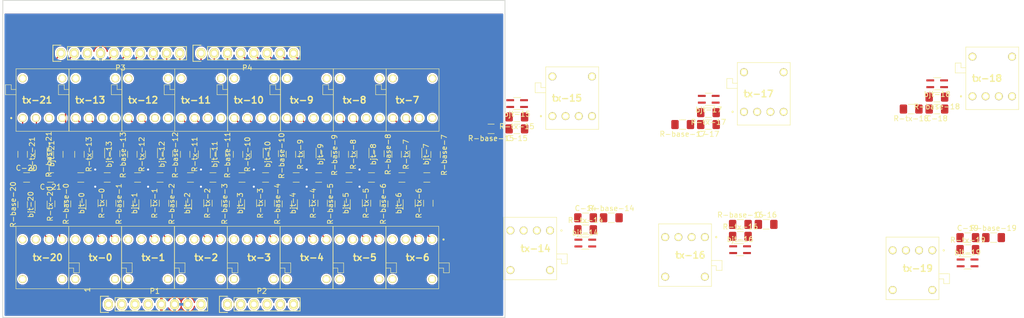
<source format=kicad_pcb>
(kicad_pcb (version 20171130) (host pcbnew "(5.0.2)-1")
  (title_block (date "lun. 30 mars 2015"))
  (layers (0 F.Cu signal) (31 B.Cu signal) (34 B.Paste user hide) (35 F.Paste user hide) (36 B.SilkS user) (37 F.SilkS user) (38 B.Mask user) (39 F.Mask user) (44 Edge.Cuts user))
  (net 0 "")
  (net 1 /IOREF)
  (net 2 /Reset)
  (net 3 +5V)
  (net 4 GND)
  (net 5 /Vin)
  (net 6 "Net-(P1-Pad1)")
  (net 7 +3V3)
  (net 8 "Net-(tx-13-Pad5)")
  (net 9 "Net-(tx-13-Pad4)")
  (net 10 "Net-(bjt-13-Pad2)")
  (net 11 "Net-(R-tx-13-Pad1)")
  (net 12 "Net-(R-tx-0-Pad1)")
  (net 13 "Net-(bjt-0-Pad2)")
  (net 14 "Net-(tx-0-Pad4)")
  (net 15 "Net-(tx-0-Pad5)")
  (net 16 "Net-(tx-1-Pad5)")
  (net 17 "Net-(tx-1-Pad4)")
  (net 18 "Net-(bjt-1-Pad2)")
  (net 19 "Net-(R-tx-1-Pad1)")
  (net 20 "Net-(R-tx-2-Pad1)")
  (net 21 "Net-(bjt-2-Pad2)")
  (net 22 "Net-(tx-2-Pad4)")
  (net 23 "Net-(tx-2-Pad5)")
  (net 24 "Net-(tx-3-Pad5)")
  (net 25 "Net-(tx-3-Pad4)")
  (net 26 "Net-(bjt-3-Pad2)")
  (net 27 "Net-(R-tx-3-Pad1)")
  (net 28 "Net-(R-tx-4-Pad1)")
  (net 29 "Net-(bjt-4-Pad2)")
  (net 30 "Net-(tx-4-Pad4)")
  (net 31 "Net-(tx-4-Pad5)")
  (net 32 "Net-(tx-5-Pad5)")
  (net 33 "Net-(tx-5-Pad4)")
  (net 34 "Net-(bjt-5-Pad2)")
  (net 35 "Net-(R-tx-5-Pad1)")
  (net 36 "Net-(R-tx-6-Pad1)")
  (net 37 "Net-(bjt-6-Pad2)")
  (net 38 "Net-(tx-6-Pad4)")
  (net 39 "Net-(tx-6-Pad5)")
  (net 40 "Net-(tx-7-Pad5)")
  (net 41 "Net-(tx-7-Pad4)")
  (net 42 "Net-(bjt-7-Pad2)")
  (net 43 "Net-(R-tx-7-Pad1)")
  (net 44 "Net-(R-tx-8-Pad1)")
  (net 45 "Net-(bjt-8-Pad2)")
  (net 46 "Net-(tx-8-Pad4)")
  (net 47 "Net-(tx-8-Pad5)")
  (net 48 "Net-(tx-9-Pad5)")
  (net 49 "Net-(tx-9-Pad4)")
  (net 50 "Net-(bjt-9-Pad2)")
  (net 51 "Net-(R-tx-9-Pad1)")
  (net 52 "Net-(R-tx-10-Pad1)")
  (net 53 "Net-(bjt-10-Pad2)")
  (net 54 "Net-(tx-10-Pad4)")
  (net 55 "Net-(tx-10-Pad5)")
  (net 56 "Net-(tx-11-Pad5)")
  (net 57 "Net-(tx-11-Pad4)")
  (net 58 "Net-(bjt-11-Pad2)")
  (net 59 "Net-(R-tx-11-Pad1)")
  (net 60 "Net-(R-tx-12-Pad1)")
  (net 61 "Net-(bjt-12-Pad2)")
  (net 62 "Net-(tx-12-Pad4)")
  (net 63 "Net-(tx-12-Pad5)")
  (net 64 sig-13)
  (net 65 sig-12)
  (net 66 sig-11)
  (net 67 sig-10)
  (net 68 sig-9)
  (net 69 sig-8)
  (net 70 sig-7)
  (net 71 sig-6)
  (net 72 sig-5)
  (net 73 sig-4)
  (net 74 sig-3)
  (net 75 sig-2)
  (net 76 sig-1)
  (net 77 sig-0)
  (net 78 "Net-(R-base-8-Pad1)")
  (net 79 "Net-(R-base-3-Pad1)")
  (net 80 "Net-(R-base-9-Pad1)")
  (net 81 "Net-(R-base-10-Pad1)")
  (net 82 "Net-(R-base-13-Pad1)")
  (net 83 "Net-(R-base-12-Pad1)")
  (net 84 "Net-(R-base-11-Pad1)")
  (net 85 "Net-(R-base-7-Pad1)")
  (net 86 "Net-(R-base-0-Pad1)")
  (net 87 "Net-(R-base-1-Pad1)")
  (net 88 "Net-(R-base-2-Pad1)")
  (net 89 "Net-(R-base-4-Pad1)")
  (net 90 "Net-(R-base-5-Pad1)")
  (net 91 "Net-(R-base-6-Pad1)")
  (net 92 "Net-(P3-Pad3)")
  (net 93 "Net-(tx-1-Pad3)")
  (net 94 "Net-(tx-2-Pad3)")
  (net 95 "Net-(tx-3-Pad3)")
  (net 96 "Net-(tx-4-Pad3)")
  (net 97 "Net-(tx-5-Pad3)")
  (net 98 "Net-(tx-6-Pad3)")
  (net 99 "Net-(tx-8-Pad3)")
  (net 100 "Net-(tx-9-Pad3)")
  (net 101 "Net-(tx-10-Pad3)")
  (net 102 "Net-(tx-11-Pad3)")
  (net 103 "Net-(tx-12-Pad3)")
  (net 104 "Net-(tx-7-Pad3)")
  (net 105 "Net-(tx-13-Pad3)")
  (net 106 "Net-(tx-0-Pad3)")
  (net 107 "Net-(tx-20-Pad5)")
  (net 108 "Net-(tx-20-Pad4)")
  (net 109 "Net-(tx-20-Pad3)")
  (net 110 "Net-(bjt-20-Pad2)")
  (net 111 "Net-(R-tx-20-Pad1)")
  (net 112 "Net-(R-tx-19-Pad1)")
  (net 113 "Net-(bjt-19-Pad2)")
  (net 114 "Net-(tx-19-Pad3)")
  (net 115 "Net-(tx-19-Pad4)")
  (net 116 "Net-(tx-19-Pad5)")
  (net 117 "Net-(tx-18-Pad5)")
  (net 118 "Net-(tx-18-Pad4)")
  (net 119 "Net-(tx-18-Pad3)")
  (net 120 "Net-(bjt-18-Pad2)")
  (net 121 "Net-(R-tx-18-Pad1)")
  (net 122 "Net-(R-tx-17-Pad1)")
  (net 123 "Net-(bjt-17-Pad2)")
  (net 124 "Net-(tx-17-Pad3)")
  (net 125 "Net-(tx-17-Pad4)")
  (net 126 "Net-(tx-17-Pad5)")
  (net 127 "Net-(tx-16-Pad5)")
  (net 128 "Net-(tx-16-Pad4)")
  (net 129 "Net-(tx-16-Pad3)")
  (net 130 "Net-(bjt-16-Pad2)")
  (net 131 "Net-(R-tx-16-Pad1)")
  (net 132 "Net-(R-tx-15-Pad1)")
  (net 133 "Net-(bjt-15-Pad2)")
  (net 134 "Net-(tx-15-Pad3)")
  (net 135 "Net-(tx-15-Pad4)")
  (net 136 "Net-(tx-15-Pad5)")
  (net 137 "Net-(tx-14-Pad5)")
  (net 138 "Net-(tx-14-Pad4)")
  (net 139 "Net-(tx-14-Pad3)")
  (net 140 "Net-(bjt-14-Pad2)")
  (net 141 "Net-(R-tx-14-Pad1)")
  (net 142 "Net-(R-tx-21-Pad1)")
  (net 143 "Net-(bjt-21-Pad2)")
  (net 144 "Net-(tx-21-Pad3)")
  (net 145 "Net-(tx-21-Pad4)")
  (net 146 "Net-(tx-21-Pad5)")
  (net 147 sig-21-scl)
  (net 148 sig-20-sda)
  (net 149 sig-14)
  (net 150 sig-15)
  (net 151 sig-16)
  (net 152 sig-17)
  (net 153 sig-18)
  (net 154 sig-19)
  (net 155 "Net-(R-base-20-Pad1)")
  (net 156 "Net-(R-base-17-Pad1)")
  (net 157 "Net-(R-base-21-Pad1)")
  (net 158 "Net-(R-base-19-Pad1)")
  (net 159 "Net-(R-base-18-Pad1)")
  (net 160 "Net-(R-base-16-Pad1)")
  (net 161 "Net-(R-base-14-Pad1)")
  (net 162 "Net-(R-base-15-Pad1)")
  (module Capacitor_SMD:C_1206_3216Metric_Pad1.42x1.75mm_HandSolder (layer F.Cu) (at 230.633001 107.190001)
    (fp_text reference C-14 (at 0 -1.82) (layer F.SilkS))
    (fp_text value C)
    (pad 2 smd roundrect (at 1.4875 0) (size 1.425 1.75) (layers F.Cu F.Paste F.Mask) (roundrect_rratio 0.175439) (net 4 GND))
    (pad 1 smd roundrect (at -1.4875 0) (size 1.425 1.75) (layers F.Cu F.Paste F.Mask) (roundrect_rratio 0.175439) (net 3 +5V))
  )
  (module Capacitor_SMD:C_1206_3216Metric_Pad1.42x1.75mm_HandSolder (layer F.Cu) (at 217.422999 90.099999 180)
    (fp_text reference C-15 (at 0 -1.82 180) (layer F.SilkS))
    (fp_text value C)
    (pad 1 smd roundrect (at -1.4875 0 180) (size 1.425 1.75) (layers F.Cu F.Paste F.Mask) (roundrect_rratio 0.175439) (net 3 +5V))
    (pad 2 smd roundrect (at 1.4875 0 180) (size 1.425 1.75) (layers F.Cu F.Paste F.Mask) (roundrect_rratio 0.175439) (net 4 GND))
  )
  (module Capacitor_SMD:C_1206_3216Metric_Pad1.42x1.75mm_HandSolder (layer F.Cu) (at 265.333001 108.460001)
    (fp_text reference C-16 (at 0 -1.82) (layer F.SilkS))
    (fp_text value C)
    (pad 2 smd roundrect (at 1.4875 0) (size 1.425 1.75) (layers F.Cu F.Paste F.Mask) (roundrect_rratio 0.175439) (net 4 GND))
    (pad 1 smd roundrect (at -1.4875 0) (size 1.425 1.75) (layers F.Cu F.Paste F.Mask) (roundrect_rratio 0.175439) (net 3 +5V))
  )
  (module Capacitor_SMD:C_1206_3216Metric_Pad1.42x1.75mm_HandSolder (layer F.Cu) (at 254.252999 89.269999 180)
    (fp_text reference C-17 (at 0 -1.82 180) (layer F.SilkS))
    (fp_text value C)
    (pad 1 smd roundrect (at -1.4875 0 180) (size 1.425 1.75) (layers F.Cu F.Paste F.Mask) (roundrect_rratio 0.175439) (net 3 +5V))
    (pad 2 smd roundrect (at 1.4875 0 180) (size 1.425 1.75) (layers F.Cu F.Paste F.Mask) (roundrect_rratio 0.175439) (net 4 GND))
  )
  (module Capacitor_SMD:C_1206_3216Metric_Pad1.42x1.75mm_HandSolder (layer F.Cu) (at 298.162999 86.289999 180)
    (fp_text reference C-18 (at 0 -1.82 180) (layer F.SilkS))
    (fp_text value C)
    (pad 2 smd roundrect (at 1.4875 0 180) (size 1.425 1.75) (layers F.Cu F.Paste F.Mask) (roundrect_rratio 0.175439) (net 4 GND))
    (pad 1 smd roundrect (at -1.4875 0 180) (size 1.425 1.75) (layers F.Cu F.Paste F.Mask) (roundrect_rratio 0.175439) (net 3 +5V))
  )
  (module Capacitor_SMD:C_1206_3216Metric_Pad1.42x1.75mm_HandSolder (layer F.Cu) (at 304.103001 111.000001)
    (fp_text reference C-19 (at 0 -1.82) (layer F.SilkS))
    (fp_text value C)
    (pad 1 smd roundrect (at -1.4875 0) (size 1.425 1.75) (layers F.Cu F.Paste F.Mask) (roundrect_rratio 0.175439) (net 3 +5V))
    (pad 2 smd roundrect (at 1.4875 0) (size 1.425 1.75) (layers F.Cu F.Paste F.Mask) (roundrect_rratio 0.175439) (net 4 GND))
  )
  (module Capacitor_SMD:C_1206_3216Metric_Pad1.42x1.75mm_HandSolder (layer F.Cu) (at 123.19 99.441)
    (fp_text reference C-20 (at 0 -1.82) (layer F.SilkS))
    (fp_text value C)
    (pad 2 smd roundrect (at 1.4875 0) (size 1.425 1.75) (layers F.Cu F.Paste F.Mask) (roundrect_rratio 0.175439) (net 4 GND))
    (pad 1 smd roundrect (at -1.4875 0) (size 1.425 1.75) (layers F.Cu F.Paste F.Mask) (roundrect_rratio 0.175439) (net 3 +5V))
  )
  (module Capacitor_SMD:C_1206_3216Metric_Pad1.42x1.75mm_HandSolder (layer F.Cu) (at 127.7985 99.441 180)
    (fp_text reference C-21 (at 0 -1.82 180) (layer F.SilkS))
    (fp_text value C)
    (pad 1 smd roundrect (at -1.4875 0 180) (size 1.425 1.75) (layers F.Cu F.Paste F.Mask) (roundrect_rratio 0.175439) (net 3 +5V))
    (pad 2 smd roundrect (at 1.4875 0 180) (size 1.425 1.75) (layers F.Cu F.Paste F.Mask) (roundrect_rratio 0.175439) (net 4 GND))
  )
  (module Package_TO_SOT_SMD:SOT-343_SC-70-4_Handsoldering (layer F.Cu) (at 125.984 94.869 270)
    (fp_text reference bjt-21 (at 0 -2 270) (layer F.SilkS))
    (fp_text value BUT11A)
    (pad 4 smd rect (at 1.33 -0.65 270) (size 1.5 0.4) (layers F.Cu F.Paste F.Mask))
    (pad 3 smd rect (at 1.33 0.65 270) (size 1.5 0.4) (layers F.Cu F.Paste F.Mask) (net 4 GND))
    (pad 2 smd rect (at -1.33 0.65 270) (size 1.5 0.4) (layers F.Cu F.Paste F.Mask) (net 143 "Net-(bjt-21-Pad2)"))
    (pad 1 smd rect (at -1.33 -0.65 270) (size 1.5 0.4) (layers F.Cu F.Paste F.Mask) (net 157 "Net-(R-base-21-Pad1)"))
  )
  (module Package_TO_SOT_SMD:SOT-343_SC-70-4_Handsoldering (layer F.Cu) (at 125.984 104.648 90)
    (fp_text reference bjt-20 (at 0 -2 90) (layer F.SilkS))
    (fp_text value BUT11A)
    (pad 1 smd rect (at -1.33 -0.65 90) (size 1.5 0.4) (layers F.Cu F.Paste F.Mask) (net 155 "Net-(R-base-20-Pad1)"))
    (pad 2 smd rect (at -1.33 0.65 90) (size 1.5 0.4) (layers F.Cu F.Paste F.Mask) (net 110 "Net-(bjt-20-Pad2)"))
    (pad 3 smd rect (at 1.33 0.65 90) (size 1.5 0.4) (layers F.Cu F.Paste F.Mask) (net 4 GND))
    (pad 4 smd rect (at 1.33 -0.65 90) (size 1.5 0.4) (layers F.Cu F.Paste F.Mask))
  )
  (module Package_TO_SOT_SMD:SOT-343_SC-70-4_Handsoldering (layer F.Cu) (at 304.053001 115.860001)
    (fp_text reference bjt-19 (at 0 -2) (layer F.SilkS))
    (fp_text value BUT11A)
    (pad 4 smd rect (at 1.33 -0.65) (size 1.5 0.4) (layers F.Cu F.Paste F.Mask))
    (pad 3 smd rect (at 1.33 0.65) (size 1.5 0.4) (layers F.Cu F.Paste F.Mask) (net 4 GND))
    (pad 2 smd rect (at -1.33 0.65) (size 1.5 0.4) (layers F.Cu F.Paste F.Mask) (net 113 "Net-(bjt-19-Pad2)"))
    (pad 1 smd rect (at -1.33 -0.65) (size 1.5 0.4) (layers F.Cu F.Paste F.Mask) (net 158 "Net-(R-base-19-Pad1)"))
  )
  (module Package_TO_SOT_SMD:SOT-343_SC-70-4_Handsoldering (layer F.Cu) (at 298.212999 81.429999 180)
    (fp_text reference bjt-18 (at 0 -2 180) (layer F.SilkS))
    (fp_text value BUT11A)
    (pad 1 smd rect (at -1.33 -0.65 180) (size 1.5 0.4) (layers F.Cu F.Paste F.Mask) (net 159 "Net-(R-base-18-Pad1)"))
    (pad 2 smd rect (at -1.33 0.65 180) (size 1.5 0.4) (layers F.Cu F.Paste F.Mask) (net 120 "Net-(bjt-18-Pad2)"))
    (pad 3 smd rect (at 1.33 0.65 180) (size 1.5 0.4) (layers F.Cu F.Paste F.Mask) (net 4 GND))
    (pad 4 smd rect (at 1.33 -0.65 180) (size 1.5 0.4) (layers F.Cu F.Paste F.Mask))
  )
  (module Package_TO_SOT_SMD:SOT-343_SC-70-4_Handsoldering (layer F.Cu) (at 254.302999 84.409999 180)
    (fp_text reference bjt-17 (at 0 -2 180) (layer F.SilkS))
    (fp_text value BUT11A)
    (pad 4 smd rect (at 1.33 -0.65 180) (size 1.5 0.4) (layers F.Cu F.Paste F.Mask))
    (pad 3 smd rect (at 1.33 0.65 180) (size 1.5 0.4) (layers F.Cu F.Paste F.Mask) (net 4 GND))
    (pad 2 smd rect (at -1.33 0.65 180) (size 1.5 0.4) (layers F.Cu F.Paste F.Mask) (net 123 "Net-(bjt-17-Pad2)"))
    (pad 1 smd rect (at -1.33 -0.65 180) (size 1.5 0.4) (layers F.Cu F.Paste F.Mask) (net 156 "Net-(R-base-17-Pad1)"))
  )
  (module Package_TO_SOT_SMD:SOT-343_SC-70-4_Handsoldering (layer F.Cu) (at 260.333001 113.320001)
    (fp_text reference bjt-16 (at 0 -2) (layer F.SilkS))
    (fp_text value BUT11A)
    (pad 1 smd rect (at -1.33 -0.65) (size 1.5 0.4) (layers F.Cu F.Paste F.Mask) (net 160 "Net-(R-base-16-Pad1)"))
    (pad 2 smd rect (at -1.33 0.65) (size 1.5 0.4) (layers F.Cu F.Paste F.Mask) (net 130 "Net-(bjt-16-Pad2)"))
    (pad 3 smd rect (at 1.33 0.65) (size 1.5 0.4) (layers F.Cu F.Paste F.Mask) (net 4 GND))
    (pad 4 smd rect (at 1.33 -0.65) (size 1.5 0.4) (layers F.Cu F.Paste F.Mask))
  )
  (module Package_TO_SOT_SMD:SOT-343_SC-70-4_Handsoldering (layer F.Cu) (at 217.472999 85.239999 180)
    (fp_text reference bjt-15 (at 0 -2 180) (layer F.SilkS))
    (fp_text value BUT11A)
    (pad 4 smd rect (at 1.33 -0.65 180) (size 1.5 0.4) (layers F.Cu F.Paste F.Mask))
    (pad 3 smd rect (at 1.33 0.65 180) (size 1.5 0.4) (layers F.Cu F.Paste F.Mask) (net 4 GND))
    (pad 2 smd rect (at -1.33 0.65 180) (size 1.5 0.4) (layers F.Cu F.Paste F.Mask) (net 133 "Net-(bjt-15-Pad2)"))
    (pad 1 smd rect (at -1.33 -0.65 180) (size 1.5 0.4) (layers F.Cu F.Paste F.Mask) (net 162 "Net-(R-base-15-Pad1)"))
  )
  (module Package_TO_SOT_SMD:SOT-343_SC-70-4_Handsoldering (layer F.Cu) (at 230.583001 112.050001)
    (fp_text reference bjt-14 (at 0 -2) (layer F.SilkS))
    (fp_text value BUT11A)
    (pad 1 smd rect (at -1.33 -0.65) (size 1.5 0.4) (layers F.Cu F.Paste F.Mask) (net 161 "Net-(R-base-14-Pad1)"))
    (pad 2 smd rect (at -1.33 0.65) (size 1.5 0.4) (layers F.Cu F.Paste F.Mask) (net 140 "Net-(bjt-14-Pad2)"))
    (pad 3 smd rect (at 1.33 0.65) (size 1.5 0.4) (layers F.Cu F.Paste F.Mask) (net 4 GND))
    (pad 4 smd rect (at 1.33 -0.65) (size 1.5 0.4) (layers F.Cu F.Paste F.Mask))
  )
  (module Resistor_SMD:R_1206_3216Metric_Pad1.42x1.75mm_HandSolder (layer F.Cu) (at 230.633001 109.480001)
    (fp_text reference R-tx-14 (at 0 -1.82) (layer F.SilkS))
    (fp_text value 50)
    (pad 2 smd roundrect (at 1.4875 0) (size 1.425 1.75) (layers F.Cu F.Paste F.Mask) (roundrect_rratio 0.175439) (net 3 +5V))
    (pad 1 smd roundrect (at -1.4875 0) (size 1.425 1.75) (layers F.Cu F.Paste F.Mask) (roundrect_rratio 0.175439) (net 141 "Net-(R-tx-14-Pad1)"))
  )
  (module Resistor_SMD:R_1206_3216Metric_Pad1.42x1.75mm_HandSolder (layer F.Cu) (at 217.422999 87.809999 180)
    (fp_text reference R-tx-15 (at 0 -1.82 180) (layer F.SilkS))
    (fp_text value 50)
    (pad 1 smd roundrect (at -1.4875 0 180) (size 1.425 1.75) (layers F.Cu F.Paste F.Mask) (roundrect_rratio 0.175439) (net 132 "Net-(R-tx-15-Pad1)"))
    (pad 2 smd roundrect (at 1.4875 0 180) (size 1.425 1.75) (layers F.Cu F.Paste F.Mask) (roundrect_rratio 0.175439) (net 3 +5V))
  )
  (module Resistor_SMD:R_1206_3216Metric_Pad1.42x1.75mm_HandSolder (layer F.Cu) (at 212.472999 90.099999 180)
    (fp_text reference R-base-15 (at 0 -1.82 180) (layer F.SilkS))
    (fp_text value 2k)
    (pad 2 smd roundrect (at 1.4875 0 180) (size 1.425 1.75) (layers F.Cu F.Paste F.Mask) (roundrect_rratio 0.175439) (net 150 sig-15))
    (pad 1 smd roundrect (at -1.4875 0 180) (size 1.425 1.75) (layers F.Cu F.Paste F.Mask) (roundrect_rratio 0.175439) (net 162 "Net-(R-base-15-Pad1)"))
  )
  (module Resistor_SMD:R_1206_3216Metric_Pad1.42x1.75mm_HandSolder (layer F.Cu) (at 122.428 94.996 270)
    (fp_text reference R-tx-21 (at 0 -1.82 270) (layer F.SilkS))
    (fp_text value 50)
    (pad 1 smd roundrect (at -1.4875 0 270) (size 1.425 1.75) (layers F.Cu F.Paste F.Mask) (roundrect_rratio 0.175439) (net 142 "Net-(R-tx-21-Pad1)"))
    (pad 2 smd roundrect (at 1.4875 0 270) (size 1.425 1.75) (layers F.Cu F.Paste F.Mask) (roundrect_rratio 0.175439) (net 3 +5V))
  )
  (module Resistor_SMD:R_1206_3216Metric_Pad1.42x1.75mm_HandSolder (layer F.Cu) (at 129.53492 104.5083 90)
    (fp_text reference R-tx-20 (at 0 -1.82 90) (layer F.SilkS))
    (fp_text value 50)
    (pad 2 smd roundrect (at 1.4875 0 90) (size 1.425 1.75) (layers F.Cu F.Paste F.Mask) (roundrect_rratio 0.175439) (net 3 +5V))
    (pad 1 smd roundrect (at -1.4875 0 90) (size 1.425 1.75) (layers F.Cu F.Paste F.Mask) (roundrect_rratio 0.175439) (net 111 "Net-(R-tx-20-Pad1)"))
  )
  (module Resistor_SMD:R_1206_3216Metric_Pad1.42x1.75mm_HandSolder (layer F.Cu) (at 304.103001 113.290001)
    (fp_text reference R-tx-19 (at 0 -1.82) (layer F.SilkS))
    (fp_text value 50)
    (pad 1 smd roundrect (at -1.4875 0) (size 1.425 1.75) (layers F.Cu F.Paste F.Mask) (roundrect_rratio 0.175439) (net 112 "Net-(R-tx-19-Pad1)"))
    (pad 2 smd roundrect (at 1.4875 0) (size 1.425 1.75) (layers F.Cu F.Paste F.Mask) (roundrect_rratio 0.175439) (net 3 +5V))
  )
  (module Resistor_SMD:R_1206_3216Metric_Pad1.42x1.75mm_HandSolder (layer F.Cu) (at 293.212999 86.289999 180)
    (fp_text reference R-tx-18 (at 0 -1.82 180) (layer F.SilkS))
    (fp_text value 50)
    (pad 2 smd roundrect (at 1.4875 0 180) (size 1.425 1.75) (layers F.Cu F.Paste F.Mask) (roundrect_rratio 0.175439) (net 3 +5V))
    (pad 1 smd roundrect (at -1.4875 0 180) (size 1.425 1.75) (layers F.Cu F.Paste F.Mask) (roundrect_rratio 0.175439) (net 121 "Net-(R-tx-18-Pad1)"))
  )
  (module Resistor_SMD:R_1206_3216Metric_Pad1.42x1.75mm_HandSolder (layer F.Cu) (at 254.252999 86.979999 180)
    (fp_text reference R-tx-17 (at 0 -1.82 180) (layer F.SilkS))
    (fp_text value 50)
    (pad 1 smd roundrect (at -1.4875 0 180) (size 1.425 1.75) (layers F.Cu F.Paste F.Mask) (roundrect_rratio 0.175439) (net 122 "Net-(R-tx-17-Pad1)"))
    (pad 2 smd roundrect (at 1.4875 0 180) (size 1.425 1.75) (layers F.Cu F.Paste F.Mask) (roundrect_rratio 0.175439) (net 3 +5V))
  )
  (module Resistor_SMD:R_1206_3216Metric_Pad1.42x1.75mm_HandSolder (layer F.Cu) (at 235.583001 107.190001)
    (fp_text reference R-base-14 (at 0 -1.82) (layer F.SilkS))
    (fp_text value 2k)
    (pad 2 smd roundrect (at 1.4875 0) (size 1.425 1.75) (layers F.Cu F.Paste F.Mask) (roundrect_rratio 0.175439) (net 149 sig-14))
    (pad 1 smd roundrect (at -1.4875 0) (size 1.425 1.75) (layers F.Cu F.Paste F.Mask) (roundrect_rratio 0.175439) (net 161 "Net-(R-base-14-Pad1)"))
  )
  (module Resistor_SMD:R_1206_3216Metric_Pad1.42x1.75mm_HandSolder (layer F.Cu) (at 260.383001 108.460001)
    (fp_text reference R-base-16 (at 0 -1.82) (layer F.SilkS))
    (fp_text value 2k)
    (pad 1 smd roundrect (at -1.4875 0) (size 1.425 1.75) (layers F.Cu F.Paste F.Mask) (roundrect_rratio 0.175439) (net 160 "Net-(R-base-16-Pad1)"))
    (pad 2 smd roundrect (at 1.4875 0) (size 1.425 1.75) (layers F.Cu F.Paste F.Mask) (roundrect_rratio 0.175439) (net 151 sig-16))
  )
  (module Resistor_SMD:R_1206_3216Metric_Pad1.42x1.75mm_HandSolder (layer F.Cu) (at 298.162999 83.999999 180)
    (fp_text reference R-base-18 (at 0 -1.82 180) (layer F.SilkS))
    (fp_text value 2k)
    (pad 2 smd roundrect (at 1.4875 0 180) (size 1.425 1.75) (layers F.Cu F.Paste F.Mask) (roundrect_rratio 0.175439) (net 153 sig-18))
    (pad 1 smd roundrect (at -1.4875 0 180) (size 1.425 1.75) (layers F.Cu F.Paste F.Mask) (roundrect_rratio 0.175439) (net 159 "Net-(R-base-18-Pad1)"))
  )
  (module Resistor_SMD:R_1206_3216Metric_Pad1.42x1.75mm_HandSolder (layer F.Cu) (at 309.053001 111.000001)
    (fp_text reference R-base-19 (at 0 -1.82) (layer F.SilkS))
    (fp_text value 2k)
    (pad 1 smd roundrect (at -1.4875 0) (size 1.425 1.75) (layers F.Cu F.Paste F.Mask) (roundrect_rratio 0.175439) (net 158 "Net-(R-base-19-Pad1)"))
    (pad 2 smd roundrect (at 1.4875 0) (size 1.425 1.75) (layers F.Cu F.Paste F.Mask) (roundrect_rratio 0.175439) (net 154 sig-19))
  )
  (module Resistor_SMD:R_1206_3216Metric_Pad1.42x1.75mm_HandSolder (layer F.Cu) (at 129.286 94.996 90)
    (fp_text reference R-base-21 (at 0 -1.82 90) (layer F.SilkS))
    (fp_text value 2k)
    (pad 2 smd roundrect (at 1.4875 0 90) (size 1.425 1.75) (layers F.Cu F.Paste F.Mask) (roundrect_rratio 0.175439) (net 148 sig-20-sda))
    (pad 1 smd roundrect (at -1.4875 0 90) (size 1.425 1.75) (layers F.Cu F.Paste F.Mask) (roundrect_rratio 0.175439) (net 157 "Net-(R-base-21-Pad1)"))
  )
  (module Resistor_SMD:R_1206_3216Metric_Pad1.42x1.75mm_HandSolder (layer F.Cu) (at 260.383001 110.750001)
    (fp_text reference R-tx-16 (at 0 -1.82) (layer F.SilkS))
    (fp_text value 50)
    (pad 1 smd roundrect (at -1.4875 0) (size 1.425 1.75) (layers F.Cu F.Paste F.Mask) (roundrect_rratio 0.175439) (net 131 "Net-(R-tx-16-Pad1)"))
    (pad 2 smd roundrect (at 1.4875 0) (size 1.425 1.75) (layers F.Cu F.Paste F.Mask) (roundrect_rratio 0.175439) (net 3 +5V))
  )
  (module Resistor_SMD:R_1206_3216Metric_Pad1.42x1.75mm_HandSolder (layer F.Cu) (at 249.302999 89.269999 180)
    (fp_text reference R-base-17 (at 0 -1.82 180) (layer F.SilkS))
    (fp_text value 2k)
    (pad 2 smd roundrect (at 1.4875 0 180) (size 1.425 1.75) (layers F.Cu F.Paste F.Mask) (roundrect_rratio 0.175439) (net 152 sig-17))
    (pad 1 smd roundrect (at -1.4875 0 180) (size 1.425 1.75) (layers F.Cu F.Paste F.Mask) (roundrect_rratio 0.175439) (net 156 "Net-(R-base-17-Pad1)"))
  )
  (module Resistor_SMD:R_1206_3216Metric_Pad1.42x1.75mm_HandSolder (layer F.Cu) (at 122.428 104.64546 90)
    (fp_text reference R-base-20 (at 0 -1.82 90) (layer F.SilkS))
    (fp_text value 2k)
    (pad 1 smd roundrect (at -1.4875 0 90) (size 1.425 1.75) (layers F.Cu F.Paste F.Mask) (roundrect_rratio 0.175439) (net 155 "Net-(R-base-20-Pad1)"))
    (pad 2 smd roundrect (at 1.4875 0 90) (size 1.425 1.75) (layers F.Cu F.Paste F.Mask) (roundrect_rratio 0.175439) (net 147 sig-21-scl))
  )
  (module hfbr:HFBR1521Z (layer F.Cu) (at 126.238 88.025 180)
    (fp_text reference tx-21 (at 1.015 3.465 180) (layer F.SilkS) (effects (font (size 1.27 1.27) (thickness 0.254))))
    (fp_text value HFBR-1521Z hide)
    (pad 1 thru_hole circle (at 3.81 0 270) (size 1.515 1.515) (drill 1.01) (layers *.Cu *.Mask F.SilkS) (net 142 "Net-(R-tx-21-Pad1)"))
    (pad 2 thru_hole circle (at 1.27 0 270) (size 1.515 1.515) (drill 1.01) (layers *.Cu *.Mask F.SilkS) (net 143 "Net-(bjt-21-Pad2)"))
    (pad 3 thru_hole circle (at -1.27 0 270) (size 1.515 1.515) (drill 1.01) (layers *.Cu *.Mask F.SilkS) (net 144 "Net-(tx-21-Pad3)"))
    (pad 4 thru_hole circle (at -3.81 0 270) (size 1.515 1.515) (drill 1.01) (layers *.Cu *.Mask F.SilkS) (net 145 "Net-(tx-21-Pad4)"))
    (pad 5 thru_hole circle (at -3.81 7.62 270) (size 1.515 1.515) (drill 1.01) (layers *.Cu *.Mask F.SilkS) (net 146 "Net-(tx-21-Pad5)"))
    (pad 6 thru_hole circle (at 3.81 7.62 270) (size 1.515 1.515) (drill 1.01) (layers *.Cu *.Mask F.SilkS))
  )
  (module hfbr:HFBR1521Z (layer F.Cu) (at 219.998001 109.635001)
    (fp_text reference tx-14 (at 1.015 3.465) (layer F.SilkS) (effects (font (size 1.27 1.27) (thickness 0.254))))
    (fp_text value HFBR-1521Z hide)
    (pad 6 thru_hole circle (at 3.81 7.62 90) (size 1.515 1.515) (drill 1.01) (layers *.Cu *.Mask F.SilkS))
    (pad 5 thru_hole circle (at -3.81 7.62 90) (size 1.515 1.515) (drill 1.01) (layers *.Cu *.Mask F.SilkS) (net 137 "Net-(tx-14-Pad5)"))
    (pad 4 thru_hole circle (at -3.81 0 90) (size 1.515 1.515) (drill 1.01) (layers *.Cu *.Mask F.SilkS) (net 138 "Net-(tx-14-Pad4)"))
    (pad 3 thru_hole circle (at -1.27 0 90) (size 1.515 1.515) (drill 1.01) (layers *.Cu *.Mask F.SilkS) (net 139 "Net-(tx-14-Pad3)"))
    (pad 2 thru_hole circle (at 1.27 0 90) (size 1.515 1.515) (drill 1.01) (layers *.Cu *.Mask F.SilkS) (net 140 "Net-(bjt-14-Pad2)"))
    (pad 1 thru_hole circle (at 3.81 0 90) (size 1.515 1.515) (drill 1.01) (layers *.Cu *.Mask F.SilkS) (net 141 "Net-(R-tx-14-Pad1)"))
  )
  (module hfbr:HFBR1521Z (layer F.Cu) (at 228.057999 87.654999 180)
    (fp_text reference tx-15 (at 1.015 3.465 180) (layer F.SilkS) (effects (font (size 1.27 1.27) (thickness 0.254))))
    (fp_text value HFBR-1521Z hide)
    (pad 1 thru_hole circle (at 3.81 0 270) (size 1.515 1.515) (drill 1.01) (layers *.Cu *.Mask F.SilkS) (net 132 "Net-(R-tx-15-Pad1)"))
    (pad 2 thru_hole circle (at 1.27 0 270) (size 1.515 1.515) (drill 1.01) (layers *.Cu *.Mask F.SilkS) (net 133 "Net-(bjt-15-Pad2)"))
    (pad 3 thru_hole circle (at -1.27 0 270) (size 1.515 1.515) (drill 1.01) (layers *.Cu *.Mask F.SilkS) (net 134 "Net-(tx-15-Pad3)"))
    (pad 4 thru_hole circle (at -3.81 0 270) (size 1.515 1.515) (drill 1.01) (layers *.Cu *.Mask F.SilkS) (net 135 "Net-(tx-15-Pad4)"))
    (pad 5 thru_hole circle (at -3.81 7.62 270) (size 1.515 1.515) (drill 1.01) (layers *.Cu *.Mask F.SilkS) (net 136 "Net-(tx-15-Pad5)"))
    (pad 6 thru_hole circle (at 3.81 7.62 270) (size 1.515 1.515) (drill 1.01) (layers *.Cu *.Mask F.SilkS))
  )
  (module hfbr:HFBR1521Z (layer F.Cu) (at 249.748001 110.905001)
    (fp_text reference tx-16 (at 1.015 3.465) (layer F.SilkS) (effects (font (size 1.27 1.27) (thickness 0.254))))
    (fp_text value HFBR-1521Z hide)
    (pad 6 thru_hole circle (at 3.81 7.62 90) (size 1.515 1.515) (drill 1.01) (layers *.Cu *.Mask F.SilkS))
    (pad 5 thru_hole circle (at -3.81 7.62 90) (size 1.515 1.515) (drill 1.01) (layers *.Cu *.Mask F.SilkS) (net 127 "Net-(tx-16-Pad5)"))
    (pad 4 thru_hole circle (at -3.81 0 90) (size 1.515 1.515) (drill 1.01) (layers *.Cu *.Mask F.SilkS) (net 128 "Net-(tx-16-Pad4)"))
    (pad 3 thru_hole circle (at -1.27 0 90) (size 1.515 1.515) (drill 1.01) (layers *.Cu *.Mask F.SilkS) (net 129 "Net-(tx-16-Pad3)"))
    (pad 2 thru_hole circle (at 1.27 0 90) (size 1.515 1.515) (drill 1.01) (layers *.Cu *.Mask F.SilkS) (net 130 "Net-(bjt-16-Pad2)"))
    (pad 1 thru_hole circle (at 3.81 0 90) (size 1.515 1.515) (drill 1.01) (layers *.Cu *.Mask F.SilkS) (net 131 "Net-(R-tx-16-Pad1)"))
  )
  (module hfbr:HFBR1521Z (layer F.Cu) (at 264.887999 86.824999 180)
    (fp_text reference tx-17 (at 1.015 3.465 180) (layer F.SilkS) (effects (font (size 1.27 1.27) (thickness 0.254))))
    (fp_text value HFBR-1521Z hide)
    (pad 1 thru_hole circle (at 3.81 0 270) (size 1.515 1.515) (drill 1.01) (layers *.Cu *.Mask F.SilkS) (net 122 "Net-(R-tx-17-Pad1)"))
    (pad 2 thru_hole circle (at 1.27 0 270) (size 1.515 1.515) (drill 1.01) (layers *.Cu *.Mask F.SilkS) (net 123 "Net-(bjt-17-Pad2)"))
    (pad 3 thru_hole circle (at -1.27 0 270) (size 1.515 1.515) (drill 1.01) (layers *.Cu *.Mask F.SilkS) (net 124 "Net-(tx-17-Pad3)"))
    (pad 4 thru_hole circle (at -3.81 0 270) (size 1.515 1.515) (drill 1.01) (layers *.Cu *.Mask F.SilkS) (net 125 "Net-(tx-17-Pad4)"))
    (pad 5 thru_hole circle (at -3.81 7.62 270) (size 1.515 1.515) (drill 1.01) (layers *.Cu *.Mask F.SilkS) (net 126 "Net-(tx-17-Pad5)"))
    (pad 6 thru_hole circle (at 3.81 7.62 270) (size 1.515 1.515) (drill 1.01) (layers *.Cu *.Mask F.SilkS))
  )
  (module hfbr:HFBR1521Z (layer F.Cu) (at 308.797999 83.844999 180)
    (fp_text reference tx-18 (at 1.015 3.465 180) (layer F.SilkS) (effects (font (size 1.27 1.27) (thickness 0.254))))
    (fp_text value HFBR-1521Z hide)
    (pad 6 thru_hole circle (at 3.81 7.62 270) (size 1.515 1.515) (drill 1.01) (layers *.Cu *.Mask F.SilkS))
    (pad 5 thru_hole circle (at -3.81 7.62 270) (size 1.515 1.515) (drill 1.01) (layers *.Cu *.Mask F.SilkS) (net 117 "Net-(tx-18-Pad5)"))
    (pad 4 thru_hole circle (at -3.81 0 270) (size 1.515 1.515) (drill 1.01) (layers *.Cu *.Mask F.SilkS) (net 118 "Net-(tx-18-Pad4)"))
    (pad 3 thru_hole circle (at -1.27 0 270) (size 1.515 1.515) (drill 1.01) (layers *.Cu *.Mask F.SilkS) (net 119 "Net-(tx-18-Pad3)"))
    (pad 2 thru_hole circle (at 1.27 0 270) (size 1.515 1.515) (drill 1.01) (layers *.Cu *.Mask F.SilkS) (net 120 "Net-(bjt-18-Pad2)"))
    (pad 1 thru_hole circle (at 3.81 0 270) (size 1.515 1.515) (drill 1.01) (layers *.Cu *.Mask F.SilkS) (net 121 "Net-(R-tx-18-Pad1)"))
  )
  (module hfbr:HFBR1521Z (layer F.Cu) (at 293.468001 113.445001)
    (fp_text reference tx-19 (at 1.015 3.465) (layer F.SilkS) (effects (font (size 1.27 1.27) (thickness 0.254))))
    (fp_text value HFBR-1521Z hide)
    (pad 1 thru_hole circle (at 3.81 0 90) (size 1.515 1.515) (drill 1.01) (layers *.Cu *.Mask F.SilkS) (net 112 "Net-(R-tx-19-Pad1)"))
    (pad 2 thru_hole circle (at 1.27 0 90) (size 1.515 1.515) (drill 1.01) (layers *.Cu *.Mask F.SilkS) (net 113 "Net-(bjt-19-Pad2)"))
    (pad 3 thru_hole circle (at -1.27 0 90) (size 1.515 1.515) (drill 1.01) (layers *.Cu *.Mask F.SilkS) (net 114 "Net-(tx-19-Pad3)"))
    (pad 4 thru_hole circle (at -3.81 0 90) (size 1.515 1.515) (drill 1.01) (layers *.Cu *.Mask F.SilkS) (net 115 "Net-(tx-19-Pad4)"))
    (pad 5 thru_hole circle (at -3.81 7.62 90) (size 1.515 1.515) (drill 1.01) (layers *.Cu *.Mask F.SilkS) (net 116 "Net-(tx-19-Pad5)"))
    (pad 6 thru_hole circle (at 3.81 7.62 90) (size 1.515 1.515) (drill 1.01) (layers *.Cu *.Mask F.SilkS))
  )
  (module hfbr:HFBR1521Z (layer F.Cu) (at 126.22276 111.36122)
    (fp_text reference tx-20 (at 1.015 3.465) (layer F.SilkS) (effects (font (size 1.27 1.27) (thickness 0.254))))
    (fp_text value HFBR-1521Z hide)
    (pad 6 thru_hole circle (at 3.81 7.62 90) (size 1.515 1.515) (drill 1.01) (layers *.Cu *.Mask F.SilkS))
    (pad 5 thru_hole circle (at -3.81 7.62 90) (size 1.515 1.515) (drill 1.01) (layers *.Cu *.Mask F.SilkS) (net 107 "Net-(tx-20-Pad5)"))
    (pad 4 thru_hole circle (at -3.81 0 90) (size 1.515 1.515) (drill 1.01) (layers *.Cu *.Mask F.SilkS) (net 108 "Net-(tx-20-Pad4)"))
    (pad 3 thru_hole circle (at -1.27 0 90) (size 1.515 1.515) (drill 1.01) (layers *.Cu *.Mask F.SilkS) (net 109 "Net-(tx-20-Pad3)"))
    (pad 2 thru_hole circle (at 1.27 0 90) (size 1.515 1.515) (drill 1.01) (layers *.Cu *.Mask F.SilkS) (net 110 "Net-(bjt-20-Pad2)"))
    (pad 1 thru_hole circle (at 3.81 0 90) (size 1.515 1.515) (drill 1.01) (layers *.Cu *.Mask F.SilkS) (net 111 "Net-(R-tx-20-Pad1)"))
  )
  (module hfbr:HFBR1521Z (layer F.Cu) (at 136.369001 111.363001)
    (fp_text reference tx-0 (at 1.015 3.465) (layer F.SilkS) (effects (font (size 1.27 1.27) (thickness 0.254))))
    (fp_text value HFBR-1521Z hide)
    (pad 1 thru_hole circle (at 3.81 0 90) (size 1.515 1.515) (drill 1.01) (layers *.Cu *.Mask F.SilkS) (net 12 "Net-(R-tx-0-Pad1)"))
    (pad 2 thru_hole circle (at 1.27 0 90) (size 1.515 1.515) (drill 1.01) (layers *.Cu *.Mask F.SilkS) (net 13 "Net-(bjt-0-Pad2)"))
    (pad 3 thru_hole circle (at -1.27 0 90) (size 1.515 1.515) (drill 1.01) (layers *.Cu *.Mask F.SilkS) (net 106 "Net-(tx-0-Pad3)"))
    (pad 4 thru_hole circle (at -3.81 0 90) (size 1.515 1.515) (drill 1.01) (layers *.Cu *.Mask F.SilkS) (net 14 "Net-(tx-0-Pad4)"))
    (pad 5 thru_hole circle (at -3.81 7.62 90) (size 1.515 1.515) (drill 1.01) (layers *.Cu *.Mask F.SilkS) (net 15 "Net-(tx-0-Pad5)"))
    (pad 6 thru_hole circle (at 3.81 7.62 90) (size 1.515 1.515) (drill 1.01) (layers *.Cu *.Mask F.SilkS))
  )
  (module hfbr:HFBR1521Z (layer F.Cu) (at 136.426999 88.026999 180)
    (fp_text reference tx-13 (at 1.015 3.465 180) (layer F.SilkS) (effects (font (size 1.27 1.27) (thickness 0.254))))
    (fp_text value HFBR-1521Z hide)
    (pad 6 thru_hole circle (at 3.81 7.62 270) (size 1.515 1.515) (drill 1.01) (layers *.Cu *.Mask F.SilkS))
    (pad 5 thru_hole circle (at -3.81 7.62 270) (size 1.515 1.515) (drill 1.01) (layers *.Cu *.Mask F.SilkS) (net 8 "Net-(tx-13-Pad5)"))
    (pad 4 thru_hole circle (at -3.81 0 270) (size 1.515 1.515) (drill 1.01) (layers *.Cu *.Mask F.SilkS) (net 9 "Net-(tx-13-Pad4)"))
    (pad 3 thru_hole circle (at -1.27 0 270) (size 1.515 1.515) (drill 1.01) (layers *.Cu *.Mask F.SilkS) (net 105 "Net-(tx-13-Pad3)"))
    (pad 2 thru_hole circle (at 1.27 0 270) (size 1.515 1.515) (drill 1.01) (layers *.Cu *.Mask F.SilkS) (net 10 "Net-(bjt-13-Pad2)"))
    (pad 1 thru_hole circle (at 3.81 0 270) (size 1.515 1.515) (drill 1.01) (layers *.Cu *.Mask F.SilkS) (net 11 "Net-(R-tx-13-Pad1)"))
  )
  (module hfbr:HFBR1521Z (layer F.Cu) (at 197.386999 88.026999 180)
    (fp_text reference tx-7 (at 1.015 3.465 180) (layer F.SilkS) (effects (font (size 1.27 1.27) (thickness 0.254))))
    (fp_text value HFBR-1521Z hide)
    (pad 1 thru_hole circle (at 3.81 0 270) (size 1.515 1.515) (drill 1.01) (layers *.Cu *.Mask F.SilkS) (net 43 "Net-(R-tx-7-Pad1)"))
    (pad 2 thru_hole circle (at 1.27 0 270) (size 1.515 1.515) (drill 1.01) (layers *.Cu *.Mask F.SilkS) (net 42 "Net-(bjt-7-Pad2)"))
    (pad 3 thru_hole circle (at -1.27 0 270) (size 1.515 1.515) (drill 1.01) (layers *.Cu *.Mask F.SilkS) (net 104 "Net-(tx-7-Pad3)"))
    (pad 4 thru_hole circle (at -3.81 0 270) (size 1.515 1.515) (drill 1.01) (layers *.Cu *.Mask F.SilkS) (net 41 "Net-(tx-7-Pad4)"))
    (pad 5 thru_hole circle (at -3.81 7.62 270) (size 1.515 1.515) (drill 1.01) (layers *.Cu *.Mask F.SilkS) (net 40 "Net-(tx-7-Pad5)"))
    (pad 6 thru_hole circle (at 3.81 7.62 270) (size 1.515 1.515) (drill 1.01) (layers *.Cu *.Mask F.SilkS))
  )
  (module hfbr:HFBR1521Z (layer F.Cu) (at 146.586999 88.026999 180)
    (fp_text reference tx-12 (at 1.015 3.465 180) (layer F.SilkS) (effects (font (size 1.27 1.27) (thickness 0.254))))
    (fp_text value HFBR-1521Z hide)
    (pad 6 thru_hole circle (at 3.81 7.62 270) (size 1.515 1.515) (drill 1.01) (layers *.Cu *.Mask F.SilkS))
    (pad 5 thru_hole circle (at -3.81 7.62 270) (size 1.515 1.515) (drill 1.01) (layers *.Cu *.Mask F.SilkS) (net 63 "Net-(tx-12-Pad5)"))
    (pad 4 thru_hole circle (at -3.81 0 270) (size 1.515 1.515) (drill 1.01) (layers *.Cu *.Mask F.SilkS) (net 62 "Net-(tx-12-Pad4)"))
    (pad 3 thru_hole circle (at -1.27 0 270) (size 1.515 1.515) (drill 1.01) (layers *.Cu *.Mask F.SilkS) (net 103 "Net-(tx-12-Pad3)"))
    (pad 2 thru_hole circle (at 1.27 0 270) (size 1.515 1.515) (drill 1.01) (layers *.Cu *.Mask F.SilkS) (net 61 "Net-(bjt-12-Pad2)"))
    (pad 1 thru_hole circle (at 3.81 0 270) (size 1.515 1.515) (drill 1.01) (layers *.Cu *.Mask F.SilkS) (net 60 "Net-(R-tx-12-Pad1)"))
  )
  (module hfbr:HFBR1521Z (layer F.Cu) (at 156.746999 88.026999 180)
    (fp_text reference tx-11 (at 1.015 3.465 180) (layer F.SilkS) (effects (font (size 1.27 1.27) (thickness 0.254))))
    (fp_text value HFBR-1521Z hide)
    (pad 1 thru_hole circle (at 3.81 0 270) (size 1.515 1.515) (drill 1.01) (layers *.Cu *.Mask F.SilkS) (net 59 "Net-(R-tx-11-Pad1)"))
    (pad 2 thru_hole circle (at 1.27 0 270) (size 1.515 1.515) (drill 1.01) (layers *.Cu *.Mask F.SilkS) (net 58 "Net-(bjt-11-Pad2)"))
    (pad 3 thru_hole circle (at -1.27 0 270) (size 1.515 1.515) (drill 1.01) (layers *.Cu *.Mask F.SilkS) (net 102 "Net-(tx-11-Pad3)"))
    (pad 4 thru_hole circle (at -3.81 0 270) (size 1.515 1.515) (drill 1.01) (layers *.Cu *.Mask F.SilkS) (net 57 "Net-(tx-11-Pad4)"))
    (pad 5 thru_hole circle (at -3.81 7.62 270) (size 1.515 1.515) (drill 1.01) (layers *.Cu *.Mask F.SilkS) (net 56 "Net-(tx-11-Pad5)"))
    (pad 6 thru_hole circle (at 3.81 7.62 270) (size 1.515 1.515) (drill 1.01) (layers *.Cu *.Mask F.SilkS))
  )
  (module hfbr:HFBR1521Z (layer F.Cu) (at 166.906999 88.026999 180)
    (fp_text reference tx-10 (at 1.015 3.465 180) (layer F.SilkS) (effects (font (size 1.27 1.27) (thickness 0.254))))
    (fp_text value HFBR-1521Z hide)
    (pad 6 thru_hole circle (at 3.81 7.62 270) (size 1.515 1.515) (drill 1.01) (layers *.Cu *.Mask F.SilkS))
    (pad 5 thru_hole circle (at -3.81 7.62 270) (size 1.515 1.515) (drill 1.01) (layers *.Cu *.Mask F.SilkS) (net 55 "Net-(tx-10-Pad5)"))
    (pad 4 thru_hole circle (at -3.81 0 270) (size 1.515 1.515) (drill 1.01) (layers *.Cu *.Mask F.SilkS) (net 54 "Net-(tx-10-Pad4)"))
    (pad 3 thru_hole circle (at -1.27 0 270) (size 1.515 1.515) (drill 1.01) (layers *.Cu *.Mask F.SilkS) (net 101 "Net-(tx-10-Pad3)"))
    (pad 2 thru_hole circle (at 1.27 0 270) (size 1.515 1.515) (drill 1.01) (layers *.Cu *.Mask F.SilkS) (net 53 "Net-(bjt-10-Pad2)"))
    (pad 1 thru_hole circle (at 3.81 0 270) (size 1.515 1.515) (drill 1.01) (layers *.Cu *.Mask F.SilkS) (net 52 "Net-(R-tx-10-Pad1)"))
  )
  (module hfbr:HFBR1521Z (layer F.Cu) (at 177.066999 88.026999 180)
    (fp_text reference tx-9 (at 1.015 3.465 180) (layer F.SilkS) (effects (font (size 1.27 1.27) (thickness 0.254))))
    (fp_text value HFBR-1521Z hide)
    (pad 1 thru_hole circle (at 3.81 0 270) (size 1.515 1.515) (drill 1.01) (layers *.Cu *.Mask F.SilkS) (net 51 "Net-(R-tx-9-Pad1)"))
    (pad 2 thru_hole circle (at 1.27 0 270) (size 1.515 1.515) (drill 1.01) (layers *.Cu *.Mask F.SilkS) (net 50 "Net-(bjt-9-Pad2)"))
    (pad 3 thru_hole circle (at -1.27 0 270) (size 1.515 1.515) (drill 1.01) (layers *.Cu *.Mask F.SilkS) (net 100 "Net-(tx-9-Pad3)"))
    (pad 4 thru_hole circle (at -3.81 0 270) (size 1.515 1.515) (drill 1.01) (layers *.Cu *.Mask F.SilkS) (net 49 "Net-(tx-9-Pad4)"))
    (pad 5 thru_hole circle (at -3.81 7.62 270) (size 1.515 1.515) (drill 1.01) (layers *.Cu *.Mask F.SilkS) (net 48 "Net-(tx-9-Pad5)"))
    (pad 6 thru_hole circle (at 3.81 7.62 270) (size 1.515 1.515) (drill 1.01) (layers *.Cu *.Mask F.SilkS))
  )
  (module hfbr:HFBR1521Z (layer F.Cu) (at 187.226999 88.026999 180)
    (fp_text reference tx-8 (at 1.015 3.465 180) (layer F.SilkS) (effects (font (size 1.27 1.27) (thickness 0.254))))
    (fp_text value HFBR-1521Z hide)
    (pad 6 thru_hole circle (at 3.81 7.62 270) (size 1.515 1.515) (drill 1.01) (layers *.Cu *.Mask F.SilkS))
    (pad 5 thru_hole circle (at -3.81 7.62 270) (size 1.515 1.515) (drill 1.01) (layers *.Cu *.Mask F.SilkS) (net 47 "Net-(tx-8-Pad5)"))
    (pad 4 thru_hole circle (at -3.81 0 270) (size 1.515 1.515) (drill 1.01) (layers *.Cu *.Mask F.SilkS) (net 46 "Net-(tx-8-Pad4)"))
    (pad 3 thru_hole circle (at -1.27 0 270) (size 1.515 1.515) (drill 1.01) (layers *.Cu *.Mask F.SilkS) (net 99 "Net-(tx-8-Pad3)"))
    (pad 2 thru_hole circle (at 1.27 0 270) (size 1.515 1.515) (drill 1.01) (layers *.Cu *.Mask F.SilkS) (net 45 "Net-(bjt-8-Pad2)"))
    (pad 1 thru_hole circle (at 3.81 0 270) (size 1.515 1.515) (drill 1.01) (layers *.Cu *.Mask F.SilkS) (net 44 "Net-(R-tx-8-Pad1)"))
  )
  (module hfbr:HFBR1521Z (layer F.Cu) (at 197.329001 111.363001)
    (fp_text reference tx-6 (at 1.015 3.465) (layer F.SilkS) (effects (font (size 1.27 1.27) (thickness 0.254))))
    (fp_text value HFBR-1521Z hide)
    (pad 1 thru_hole circle (at 3.81 0 90) (size 1.515 1.515) (drill 1.01) (layers *.Cu *.Mask F.SilkS) (net 36 "Net-(R-tx-6-Pad1)"))
    (pad 2 thru_hole circle (at 1.27 0 90) (size 1.515 1.515) (drill 1.01) (layers *.Cu *.Mask F.SilkS) (net 37 "Net-(bjt-6-Pad2)"))
    (pad 3 thru_hole circle (at -1.27 0 90) (size 1.515 1.515) (drill 1.01) (layers *.Cu *.Mask F.SilkS) (net 98 "Net-(tx-6-Pad3)"))
    (pad 4 thru_hole circle (at -3.81 0 90) (size 1.515 1.515) (drill 1.01) (layers *.Cu *.Mask F.SilkS) (net 38 "Net-(tx-6-Pad4)"))
    (pad 5 thru_hole circle (at -3.81 7.62 90) (size 1.515 1.515) (drill 1.01) (layers *.Cu *.Mask F.SilkS) (net 39 "Net-(tx-6-Pad5)"))
    (pad 6 thru_hole circle (at 3.81 7.62 90) (size 1.515 1.515) (drill 1.01) (layers *.Cu *.Mask F.SilkS))
  )
  (module hfbr:HFBR1521Z (layer F.Cu) (at 187.169001 111.363001)
    (fp_text reference tx-5 (at 1.015 3.465) (layer F.SilkS) (effects (font (size 1.27 1.27) (thickness 0.254))))
    (fp_text value HFBR-1521Z hide)
    (pad 6 thru_hole circle (at 3.81 7.62 90) (size 1.515 1.515) (drill 1.01) (layers *.Cu *.Mask F.SilkS))
    (pad 5 thru_hole circle (at -3.81 7.62 90) (size 1.515 1.515) (drill 1.01) (layers *.Cu *.Mask F.SilkS) (net 32 "Net-(tx-5-Pad5)"))
    (pad 4 thru_hole circle (at -3.81 0 90) (size 1.515 1.515) (drill 1.01) (layers *.Cu *.Mask F.SilkS) (net 33 "Net-(tx-5-Pad4)"))
    (pad 3 thru_hole circle (at -1.27 0 90) (size 1.515 1.515) (drill 1.01) (layers *.Cu *.Mask F.SilkS) (net 97 "Net-(tx-5-Pad3)"))
    (pad 2 thru_hole circle (at 1.27 0 90) (size 1.515 1.515) (drill 1.01) (layers *.Cu *.Mask F.SilkS) (net 34 "Net-(bjt-5-Pad2)"))
    (pad 1 thru_hole circle (at 3.81 0 90) (size 1.515 1.515) (drill 1.01) (layers *.Cu *.Mask F.SilkS) (net 35 "Net-(R-tx-5-Pad1)"))
  )
  (module hfbr:HFBR1521Z (layer F.Cu) (at 177.009001 111.363001)
    (fp_text reference tx-4 (at 1.015 3.465) (layer F.SilkS) (effects (font (size 1.27 1.27) (thickness 0.254))))
    (fp_text value HFBR-1521Z hide)
    (pad 1 thru_hole circle (at 3.81 0 90) (size 1.515 1.515) (drill 1.01) (layers *.Cu *.Mask F.SilkS) (net 28 "Net-(R-tx-4-Pad1)"))
    (pad 2 thru_hole circle (at 1.27 0 90) (size 1.515 1.515) (drill 1.01) (layers *.Cu *.Mask F.SilkS) (net 29 "Net-(bjt-4-Pad2)"))
    (pad 3 thru_hole circle (at -1.27 0 90) (size 1.515 1.515) (drill 1.01) (layers *.Cu *.Mask F.SilkS) (net 96 "Net-(tx-4-Pad3)"))
    (pad 4 thru_hole circle (at -3.81 0 90) (size 1.515 1.515) (drill 1.01) (layers *.Cu *.Mask F.SilkS) (net 30 "Net-(tx-4-Pad4)"))
    (pad 5 thru_hole circle (at -3.81 7.62 90) (size 1.515 1.515) (drill 1.01) (layers *.Cu *.Mask F.SilkS) (net 31 "Net-(tx-4-Pad5)"))
    (pad 6 thru_hole circle (at 3.81 7.62 90) (size 1.515 1.515) (drill 1.01) (layers *.Cu *.Mask F.SilkS))
  )
  (module hfbr:HFBR1521Z (layer F.Cu) (at 166.849001 111.363001)
    (fp_text reference tx-3 (at 1.015 3.465) (layer F.SilkS) (effects (font (size 1.27 1.27) (thickness 0.254))))
    (fp_text value HFBR-1521Z hide)
    (pad 6 thru_hole circle (at 3.81 7.62 90) (size 1.515 1.515) (drill 1.01) (layers *.Cu *.Mask F.SilkS))
    (pad 5 thru_hole circle (at -3.81 7.62 90) (size 1.515 1.515) (drill 1.01) (layers *.Cu *.Mask F.SilkS) (net 24 "Net-(tx-3-Pad5)"))
    (pad 4 thru_hole circle (at -3.81 0 90) (size 1.515 1.515) (drill 1.01) (layers *.Cu *.Mask F.SilkS) (net 25 "Net-(tx-3-Pad4)"))
    (pad 3 thru_hole circle (at -1.27 0 90) (size 1.515 1.515) (drill 1.01) (layers *.Cu *.Mask F.SilkS) (net 95 "Net-(tx-3-Pad3)"))
    (pad 2 thru_hole circle (at 1.27 0 90) (size 1.515 1.515) (drill 1.01) (layers *.Cu *.Mask F.SilkS) (net 26 "Net-(bjt-3-Pad2)"))
    (pad 1 thru_hole circle (at 3.81 0 90) (size 1.515 1.515) (drill 1.01) (layers *.Cu *.Mask F.SilkS) (net 27 "Net-(R-tx-3-Pad1)"))
  )
  (module hfbr:HFBR1521Z (layer F.Cu) (at 156.689001 111.363001)
    (fp_text reference tx-2 (at 1.015 3.465) (layer F.SilkS) (effects (font (size 1.27 1.27) (thickness 0.254))))
    (fp_text value HFBR-1521Z hide)
    (pad 1 thru_hole circle (at 3.81 0 90) (size 1.515 1.515) (drill 1.01) (layers *.Cu *.Mask F.SilkS) (net 20 "Net-(R-tx-2-Pad1)"))
    (pad 2 thru_hole circle (at 1.27 0 90) (size 1.515 1.515) (drill 1.01) (layers *.Cu *.Mask F.SilkS) (net 21 "Net-(bjt-2-Pad2)"))
    (pad 3 thru_hole circle (at -1.27 0 90) (size 1.515 1.515) (drill 1.01) (layers *.Cu *.Mask F.SilkS) (net 94 "Net-(tx-2-Pad3)"))
    (pad 4 thru_hole circle (at -3.81 0 90) (size 1.515 1.515) (drill 1.01) (layers *.Cu *.Mask F.SilkS) (net 22 "Net-(tx-2-Pad4)"))
    (pad 5 thru_hole circle (at -3.81 7.62 90) (size 1.515 1.515) (drill 1.01) (layers *.Cu *.Mask F.SilkS) (net 23 "Net-(tx-2-Pad5)"))
    (pad 6 thru_hole circle (at 3.81 7.62 90) (size 1.515 1.515) (drill 1.01) (layers *.Cu *.Mask F.SilkS))
  )
  (module hfbr:HFBR1521Z (layer F.Cu) (at 146.529001 111.363001)
    (fp_text reference tx-1 (at 1.015 3.465) (layer F.SilkS) (effects (font (size 1.27 1.27) (thickness 0.254))))
    (fp_text value HFBR-1521Z hide)
    (pad 6 thru_hole circle (at 3.81 7.62 90) (size 1.515 1.515) (drill 1.01) (layers *.Cu *.Mask F.SilkS))
    (pad 5 thru_hole circle (at -3.81 7.62 90) (size 1.515 1.515) (drill 1.01) (layers *.Cu *.Mask F.SilkS) (net 16 "Net-(tx-1-Pad5)"))
    (pad 4 thru_hole circle (at -3.81 0 90) (size 1.515 1.515) (drill 1.01) (layers *.Cu *.Mask F.SilkS) (net 17 "Net-(tx-1-Pad4)"))
    (pad 3 thru_hole circle (at -1.27 0 90) (size 1.515 1.515) (drill 1.01) (layers *.Cu *.Mask F.SilkS) (net 93 "Net-(tx-1-Pad3)"))
    (pad 2 thru_hole circle (at 1.27 0 90) (size 1.515 1.515) (drill 1.01) (layers *.Cu *.Mask F.SilkS) (net 18 "Net-(bjt-1-Pad2)"))
    (pad 1 thru_hole circle (at 3.81 0 90) (size 1.515 1.515) (drill 1.01) (layers *.Cu *.Mask F.SilkS) (net 19 "Net-(R-tx-1-Pad1)"))
  )
  (module Capacitor_SMD:C_1206_3216Metric_Pad1.42x1.75mm_HandSolder (layer F.Cu) (at 133.604 99.441)
    (fp_text reference C-13 hide)
    (fp_text value C)
    (pad 2 smd roundrect (at 1.4875 0) (size 1.425 1.75) (layers F.Cu F.Paste F.Mask) (roundrect_rratio 0.175439) (net 4 GND))
    (pad 1 smd roundrect (at -1.4875 0) (size 1.425 1.75) (layers F.Cu F.Paste F.Mask) (roundrect_rratio 0.175439) (net 3 +5V))
  )
  (module Capacitor_SMD:C_1206_3216Metric_Pad1.42x1.75mm_HandSolder (layer F.Cu) (at 144.526 99.441)
    (fp_text reference C-12 hide)
    (fp_text value C)
    (pad 1 smd roundrect (at -1.4875 0) (size 1.425 1.75) (layers F.Cu F.Paste F.Mask) (roundrect_rratio 0.175439) (net 3 +5V))
    (pad 2 smd roundrect (at 1.4875 0) (size 1.425 1.75) (layers F.Cu F.Paste F.Mask) (roundrect_rratio 0.175439) (net 4 GND))
  )
  (module Capacitor_SMD:C_1206_3216Metric_Pad1.42x1.75mm_HandSolder (layer F.Cu) (at 154.686 99.441)
    (fp_text reference C-11 hide)
    (fp_text value C)
    (pad 2 smd roundrect (at 1.4875 0) (size 1.425 1.75) (layers F.Cu F.Paste F.Mask) (roundrect_rratio 0.175439) (net 4 GND))
    (pad 1 smd roundrect (at -1.4875 0) (size 1.425 1.75) (layers F.Cu F.Paste F.Mask) (roundrect_rratio 0.175439) (net 3 +5V))
  )
  (module Capacitor_SMD:C_1206_3216Metric_Pad1.42x1.75mm_HandSolder (layer F.Cu) (at 164.592 99.441)
    (fp_text reference C-10 hide)
    (fp_text value C)
    (pad 1 smd roundrect (at -1.4875 0) (size 1.425 1.75) (layers F.Cu F.Paste F.Mask) (roundrect_rratio 0.175439) (net 3 +5V))
    (pad 2 smd roundrect (at 1.4875 0) (size 1.425 1.75) (layers F.Cu F.Paste F.Mask) (roundrect_rratio 0.175439) (net 4 GND))
  )
  (module Capacitor_SMD:C_1206_3216Metric_Pad1.42x1.75mm_HandSolder (layer F.Cu) (at 175.006 99.441)
    (fp_text reference C-9 hide)
    (fp_text value C)
    (pad 2 smd roundrect (at 1.4875 0) (size 1.425 1.75) (layers F.Cu F.Paste F.Mask) (roundrect_rratio 0.175439) (net 4 GND))
    (pad 1 smd roundrect (at -1.4875 0) (size 1.425 1.75) (layers F.Cu F.Paste F.Mask) (roundrect_rratio 0.175439) (net 3 +5V))
  )
  (module Capacitor_SMD:C_1206_3216Metric_Pad1.42x1.75mm_HandSolder (layer F.Cu) (at 185.166 99.441)
    (fp_text reference C-8 hide)
    (fp_text value C)
    (pad 1 smd roundrect (at -1.4875 0) (size 1.425 1.75) (layers F.Cu F.Paste F.Mask) (roundrect_rratio 0.175439) (net 3 +5V))
    (pad 2 smd roundrect (at 1.4875 0) (size 1.425 1.75) (layers F.Cu F.Paste F.Mask) (roundrect_rratio 0.175439) (net 4 GND))
  )
  (module Capacitor_SMD:C_1206_3216Metric_Pad1.42x1.75mm_HandSolder (layer F.Cu) (at 195.326 99.441)
    (fp_text reference C-7 hide)
    (fp_text value C)
    (pad 2 smd roundrect (at 1.4875 0) (size 1.425 1.75) (layers F.Cu F.Paste F.Mask) (roundrect_rratio 0.175439) (net 4 GND))
    (pad 1 smd roundrect (at -1.4875 0) (size 1.425 1.75) (layers F.Cu F.Paste F.Mask) (roundrect_rratio 0.175439) (net 3 +5V))
  )
  (module Capacitor_SMD:C_1206_3216Metric_Pad1.42x1.75mm_HandSolder (layer F.Cu) (at 200.1155 99.441 180)
    (fp_text reference C-6 hide)
    (fp_text value C)
    (pad 1 smd roundrect (at -1.4875 0 180) (size 1.425 1.75) (layers F.Cu F.Paste F.Mask) (roundrect_rratio 0.175439) (net 3 +5V))
    (pad 2 smd roundrect (at 1.4875 0 180) (size 1.425 1.75) (layers F.Cu F.Paste F.Mask) (roundrect_rratio 0.175439) (net 4 GND))
  )
  (module Capacitor_SMD:C_1206_3216Metric_Pad1.42x1.75mm_HandSolder (layer F.Cu) (at 189.484 99.441 180)
    (fp_text reference C-5 hide)
    (fp_text value C)
    (pad 2 smd roundrect (at 1.4875 0 180) (size 1.425 1.75) (layers F.Cu F.Paste F.Mask) (roundrect_rratio 0.175439) (net 4 GND))
    (pad 1 smd roundrect (at -1.4875 0 180) (size 1.425 1.75) (layers F.Cu F.Paste F.Mask) (roundrect_rratio 0.175439) (net 3 +5V))
  )
  (module Capacitor_SMD:C_1206_3216Metric_Pad1.42x1.75mm_HandSolder (layer F.Cu) (at 179.324 99.441 180)
    (fp_text reference C-4 hide)
    (fp_text value C)
    (pad 1 smd roundrect (at -1.4875 0 180) (size 1.425 1.75) (layers F.Cu F.Paste F.Mask) (roundrect_rratio 0.175439) (net 3 +5V))
    (pad 2 smd roundrect (at 1.4875 0 180) (size 1.425 1.75) (layers F.Cu F.Paste F.Mask) (roundrect_rratio 0.175439) (net 4 GND))
  )
  (module Capacitor_SMD:C_1206_3216Metric_Pad1.42x1.75mm_HandSolder (layer F.Cu) (at 169.1275 99.441 180)
    (fp_text reference C-3 hide)
    (fp_text value C)
    (pad 2 smd roundrect (at 1.4875 0 180) (size 1.425 1.75) (layers F.Cu F.Paste F.Mask) (roundrect_rratio 0.175439) (net 4 GND))
    (pad 1 smd roundrect (at -1.4875 0 180) (size 1.425 1.75) (layers F.Cu F.Paste F.Mask) (roundrect_rratio 0.175439) (net 3 +5V))
  )
  (module Capacitor_SMD:C_1206_3216Metric_Pad1.42x1.75mm_HandSolder (layer F.Cu) (at 159.004 99.441 180)
    (fp_text reference C-2 hide)
    (fp_text value C)
    (pad 1 smd roundrect (at -1.4875 0 180) (size 1.425 1.75) (layers F.Cu F.Paste F.Mask) (roundrect_rratio 0.175439) (net 3 +5V))
    (pad 2 smd roundrect (at 1.4875 0 180) (size 1.425 1.75) (layers F.Cu F.Paste F.Mask) (roundrect_rratio 0.175439) (net 4 GND))
  )
  (module Capacitor_SMD:C_1206_3216Metric_Pad1.42x1.75mm_HandSolder (layer F.Cu) (at 138.684 99.441 180)
    (fp_text reference C-0 hide)
    (fp_text value C)
    (pad 2 smd roundrect (at 1.4875 0 180) (size 1.425 1.75) (layers F.Cu F.Paste F.Mask) (roundrect_rratio 0.175439) (net 4 GND))
    (pad 1 smd roundrect (at -1.4875 0 180) (size 1.425 1.75) (layers F.Cu F.Paste F.Mask) (roundrect_rratio 0.175439) (net 3 +5V))
  )
  (module Capacitor_SMD:C_1206_3216Metric_Pad1.42x1.75mm_HandSolder (layer F.Cu) (at 148.844 99.441 180)
    (fp_text reference C-1 hide)
    (fp_text value C)
    (pad 1 smd roundrect (at -1.4875 0 180) (size 1.425 1.75) (layers F.Cu F.Paste F.Mask) (roundrect_rratio 0.175439) (net 3 +5V))
    (pad 2 smd roundrect (at 1.4875 0 180) (size 1.425 1.75) (layers F.Cu F.Paste F.Mask) (roundrect_rratio 0.175439) (net 4 GND))
  )
  (module Package_TO_SOT_SMD:SOT-343_SC-70-4_Handsoldering (layer F.Cu) (at 196.723 104.394 90)
    (fp_text reference bjt-6 (at 0 -2 90) (layer F.SilkS))
    (fp_text value BUT11A)
    (pad 4 smd rect (at 1.33 -0.65 90) (size 1.5 0.4) (layers F.Cu F.Paste F.Mask))
    (pad 3 smd rect (at 1.33 0.65 90) (size 1.5 0.4) (layers F.Cu F.Paste F.Mask) (net 4 GND))
    (pad 2 smd rect (at -1.33 0.65 90) (size 1.5 0.4) (layers F.Cu F.Paste F.Mask) (net 37 "Net-(bjt-6-Pad2)"))
    (pad 1 smd rect (at -1.33 -0.65 90) (size 1.5 0.4) (layers F.Cu F.Paste F.Mask) (net 91 "Net-(R-base-6-Pad1)"))
  )
  (module Package_TO_SOT_SMD:SOT-343_SC-70-4_Handsoldering (layer F.Cu) (at 197.993 94.996 270)
    (fp_text reference bjt-7 (at 0 -2 270) (layer F.SilkS))
    (fp_text value BUT11A)
    (pad 1 smd rect (at -1.33 -0.65 270) (size 1.5 0.4) (layers F.Cu F.Paste F.Mask) (net 85 "Net-(R-base-7-Pad1)"))
    (pad 2 smd rect (at -1.33 0.65 270) (size 1.5 0.4) (layers F.Cu F.Paste F.Mask) (net 42 "Net-(bjt-7-Pad2)"))
    (pad 3 smd rect (at 1.33 0.65 270) (size 1.5 0.4) (layers F.Cu F.Paste F.Mask) (net 4 GND))
    (pad 4 smd rect (at 1.33 -0.65 270) (size 1.5 0.4) (layers F.Cu F.Paste F.Mask))
  )
  (module Package_TO_SOT_SMD:SOT-343_SC-70-4_Handsoldering (layer F.Cu) (at 135.763 104.394 90)
    (fp_text reference bjt-0 (at 0 -2 90) (layer F.SilkS))
    (fp_text value BUT11A)
    (pad 4 smd rect (at 1.33 -0.65 90) (size 1.5 0.4) (layers F.Cu F.Paste F.Mask))
    (pad 3 smd rect (at 1.33 0.65 90) (size 1.5 0.4) (layers F.Cu F.Paste F.Mask) (net 4 GND))
    (pad 2 smd rect (at -1.33 0.65 90) (size 1.5 0.4) (layers F.Cu F.Paste F.Mask) (net 13 "Net-(bjt-0-Pad2)"))
    (pad 1 smd rect (at -1.33 -0.65 90) (size 1.5 0.4) (layers F.Cu F.Paste F.Mask) (net 86 "Net-(R-base-0-Pad1)"))
  )
  (module Package_TO_SOT_SMD:SOT-343_SC-70-4_Handsoldering (layer F.Cu) (at 156.083 104.394 90)
    (fp_text reference bjt-2 (at 0 -2 90) (layer F.SilkS))
    (fp_text value BUT11A)
    (pad 1 smd rect (at -1.33 -0.65 90) (size 1.5 0.4) (layers F.Cu F.Paste F.Mask) (net 88 "Net-(R-base-2-Pad1)"))
    (pad 2 smd rect (at -1.33 0.65 90) (size 1.5 0.4) (layers F.Cu F.Paste F.Mask) (net 21 "Net-(bjt-2-Pad2)"))
    (pad 3 smd rect (at 1.33 0.65 90) (size 1.5 0.4) (layers F.Cu F.Paste F.Mask) (net 4 GND))
    (pad 4 smd rect (at 1.33 -0.65 90) (size 1.5 0.4) (layers F.Cu F.Paste F.Mask))
  )
  (module Package_TO_SOT_SMD:SOT-343_SC-70-4_Handsoldering (layer F.Cu) (at 166.243 104.394 90)
    (fp_text reference bjt-3 (at 0 -2 90) (layer F.SilkS))
    (fp_text value BUT11A)
    (pad 4 smd rect (at 1.33 -0.65 90) (size 1.5 0.4) (layers F.Cu F.Paste F.Mask))
    (pad 3 smd rect (at 1.33 0.65 90) (size 1.5 0.4) (layers F.Cu F.Paste F.Mask) (net 4 GND))
    (pad 2 smd rect (at -1.33 0.65 90) (size 1.5 0.4) (layers F.Cu F.Paste F.Mask) (net 26 "Net-(bjt-3-Pad2)"))
    (pad 1 smd rect (at -1.33 -0.65 90) (size 1.5 0.4) (layers F.Cu F.Paste F.Mask) (net 79 "Net-(R-base-3-Pad1)"))
  )
  (module Package_TO_SOT_SMD:SOT-343_SC-70-4_Handsoldering (layer F.Cu) (at 176.403 104.394 90)
    (fp_text reference bjt-4 (at 0 -2 90) (layer F.SilkS))
    (fp_text value BUT11A)
    (pad 1 smd rect (at -1.33 -0.65 90) (size 1.5 0.4) (layers F.Cu F.Paste F.Mask) (net 89 "Net-(R-base-4-Pad1)"))
    (pad 2 smd rect (at -1.33 0.65 90) (size 1.5 0.4) (layers F.Cu F.Paste F.Mask) (net 29 "Net-(bjt-4-Pad2)"))
    (pad 3 smd rect (at 1.33 0.65 90) (size 1.5 0.4) (layers F.Cu F.Paste F.Mask) (net 4 GND))
    (pad 4 smd rect (at 1.33 -0.65 90) (size 1.5 0.4) (layers F.Cu F.Paste F.Mask))
  )
  (module Package_TO_SOT_SMD:SOT-343_SC-70-4_Handsoldering (layer F.Cu) (at 186.563 104.394 90)
    (fp_text reference bjt-5 (at 0 -2 90) (layer F.SilkS))
    (fp_text value BUT11A)
    (pad 4 smd rect (at 1.33 -0.65 90) (size 1.5 0.4) (layers F.Cu F.Paste F.Mask))
    (pad 3 smd rect (at 1.33 0.65 90) (size 1.5 0.4) (layers F.Cu F.Paste F.Mask) (net 4 GND))
    (pad 2 smd rect (at -1.33 0.65 90) (size 1.5 0.4) (layers F.Cu F.Paste F.Mask) (net 34 "Net-(bjt-5-Pad2)"))
    (pad 1 smd rect (at -1.33 -0.65 90) (size 1.5 0.4) (layers F.Cu F.Paste F.Mask) (net 90 "Net-(R-base-5-Pad1)"))
  )
  (module Package_TO_SOT_SMD:SOT-343_SC-70-4_Handsoldering (layer F.Cu) (at 167.513 94.996 270)
    (fp_text reference bjt-10 (at 0 -2 270) (layer F.SilkS))
    (fp_text value BUT11A)
    (pad 1 smd rect (at -1.33 -0.65 270) (size 1.5 0.4) (layers F.Cu F.Paste F.Mask) (net 81 "Net-(R-base-10-Pad1)"))
    (pad 2 smd rect (at -1.33 0.65 270) (size 1.5 0.4) (layers F.Cu F.Paste F.Mask) (net 53 "Net-(bjt-10-Pad2)"))
    (pad 3 smd rect (at 1.33 0.65 270) (size 1.5 0.4) (layers F.Cu F.Paste F.Mask) (net 4 GND))
    (pad 4 smd rect (at 1.33 -0.65 270) (size 1.5 0.4) (layers F.Cu F.Paste F.Mask))
  )
  (module Package_TO_SOT_SMD:SOT-343_SC-70-4_Handsoldering (layer F.Cu) (at 157.353 94.996 270)
    (fp_text reference bjt-11 (at 0 -2 270) (layer F.SilkS))
    (fp_text value BUT11A)
    (pad 4 smd rect (at 1.33 -0.65 270) (size 1.5 0.4) (layers F.Cu F.Paste F.Mask))
    (pad 3 smd rect (at 1.33 0.65 270) (size 1.5 0.4) (layers F.Cu F.Paste F.Mask) (net 4 GND))
    (pad 2 smd rect (at -1.33 0.65 270) (size 1.5 0.4) (layers F.Cu F.Paste F.Mask) (net 58 "Net-(bjt-11-Pad2)"))
    (pad 1 smd rect (at -1.33 -0.65 270) (size 1.5 0.4) (layers F.Cu F.Paste F.Mask) (net 84 "Net-(R-base-11-Pad1)"))
  )
  (module Package_TO_SOT_SMD:SOT-343_SC-70-4_Handsoldering (layer F.Cu) (at 147.193 94.996 270)
    (fp_text reference bjt-12 (at 0 -2 270) (layer F.SilkS))
    (fp_text value BUT11A)
    (pad 1 smd rect (at -1.33 -0.65 270) (size 1.5 0.4) (layers F.Cu F.Paste F.Mask) (net 83 "Net-(R-base-12-Pad1)"))
    (pad 2 smd rect (at -1.33 0.65 270) (size 1.5 0.4) (layers F.Cu F.Paste F.Mask) (net 61 "Net-(bjt-12-Pad2)"))
    (pad 3 smd rect (at 1.33 0.65 270) (size 1.5 0.4) (layers F.Cu F.Paste F.Mask) (net 4 GND))
    (pad 4 smd rect (at 1.33 -0.65 270) (size 1.5 0.4) (layers F.Cu F.Paste F.Mask))
  )
  (module Package_TO_SOT_SMD:SOT-343_SC-70-4_Handsoldering (layer F.Cu) (at 145.923 104.394 90)
    (fp_text reference bjt-1 (at 0 -2 90) (layer F.SilkS))
    (fp_text value BUT11A)
    (pad 4 smd rect (at 1.33 -0.65 90) (size 1.5 0.4) (layers F.Cu F.Paste F.Mask))
    (pad 3 smd rect (at 1.33 0.65 90) (size 1.5 0.4) (layers F.Cu F.Paste F.Mask) (net 4 GND))
    (pad 2 smd rect (at -1.33 0.65 90) (size 1.5 0.4) (layers F.Cu F.Paste F.Mask) (net 18 "Net-(bjt-1-Pad2)"))
    (pad 1 smd rect (at -1.33 -0.65 90) (size 1.5 0.4) (layers F.Cu F.Paste F.Mask) (net 87 "Net-(R-base-1-Pad1)"))
  )
  (module Package_TO_SOT_SMD:SOT-343_SC-70-4_Handsoldering (layer F.Cu) (at 137.033 94.996 270)
    (fp_text reference bjt-13 (at 0 -2 270) (layer F.SilkS))
    (fp_text value BUT11A)
    (pad 1 smd rect (at -1.33 -0.65 270) (size 1.5 0.4) (layers F.Cu F.Paste F.Mask) (net 82 "Net-(R-base-13-Pad1)"))
    (pad 2 smd rect (at -1.33 0.65 270) (size 1.5 0.4) (layers F.Cu F.Paste F.Mask) (net 10 "Net-(bjt-13-Pad2)"))
    (pad 3 smd rect (at 1.33 0.65 270) (size 1.5 0.4) (layers F.Cu F.Paste F.Mask) (net 4 GND))
    (pad 4 smd rect (at 1.33 -0.65 270) (size 1.5 0.4) (layers F.Cu F.Paste F.Mask))
  )
  (module Package_TO_SOT_SMD:SOT-343_SC-70-4_Handsoldering (layer F.Cu) (at 187.833 94.996 270)
    (fp_text reference bjt-8 (at 0 -2 270) (layer F.SilkS))
    (fp_text value BUT11A)
    (pad 4 smd rect (at 1.33 -0.65 270) (size 1.5 0.4) (layers F.Cu F.Paste F.Mask))
    (pad 3 smd rect (at 1.33 0.65 270) (size 1.5 0.4) (layers F.Cu F.Paste F.Mask) (net 4 GND))
    (pad 2 smd rect (at -1.33 0.65 270) (size 1.5 0.4) (layers F.Cu F.Paste F.Mask) (net 45 "Net-(bjt-8-Pad2)"))
    (pad 1 smd rect (at -1.33 -0.65 270) (size 1.5 0.4) (layers F.Cu F.Paste F.Mask) (net 78 "Net-(R-base-8-Pad1)"))
  )
  (module Package_TO_SOT_SMD:SOT-343_SC-70-4_Handsoldering (layer F.Cu) (at 177.673 94.996 270)
    (fp_text reference bjt-9 (at 0 -2 270) (layer F.SilkS))
    (fp_text value BUT11A)
    (pad 1 smd rect (at -1.33 -0.65 270) (size 1.5 0.4) (layers F.Cu F.Paste F.Mask) (net 80 "Net-(R-base-9-Pad1)"))
    (pad 2 smd rect (at -1.33 0.65 270) (size 1.5 0.4) (layers F.Cu F.Paste F.Mask) (net 50 "Net-(bjt-9-Pad2)"))
    (pad 3 smd rect (at 1.33 0.65 270) (size 1.5 0.4) (layers F.Cu F.Paste F.Mask) (net 4 GND))
    (pad 4 smd rect (at 1.33 -0.65 270) (size 1.5 0.4) (layers F.Cu F.Paste F.Mask))
  )
  (module Resistor_SMD:R_1206_3216Metric_Pad1.42x1.75mm_HandSolder (layer F.Cu) (at 184.15 94.996 270)
    (fp_text reference R-tx-8 (at 0 -1.82 270) (layer F.SilkS))
    (fp_text value 50)
    (pad 2 smd roundrect (at 1.4875 0 270) (size 1.425 1.75) (layers F.Cu F.Paste F.Mask) (roundrect_rratio 0.175439) (net 3 +5V))
    (pad 1 smd roundrect (at -1.4875 0 270) (size 1.425 1.75) (layers F.Cu F.Paste F.Mask) (roundrect_rratio 0.175439) (net 44 "Net-(R-tx-8-Pad1)"))
  )
  (module Resistor_SMD:R_1206_3216Metric_Pad1.42x1.75mm_HandSolder (layer F.Cu) (at 173.99 94.996 270)
    (fp_text reference R-tx-9 (at 0 -1.82 270) (layer F.SilkS))
    (fp_text value 50)
    (pad 1 smd roundrect (at -1.4875 0 270) (size 1.425 1.75) (layers F.Cu F.Paste F.Mask) (roundrect_rratio 0.175439) (net 51 "Net-(R-tx-9-Pad1)"))
    (pad 2 smd roundrect (at 1.4875 0 270) (size 1.425 1.75) (layers F.Cu F.Paste F.Mask) (roundrect_rratio 0.175439) (net 3 +5V))
  )
  (module Resistor_SMD:R_1206_3216Metric_Pad1.42x1.75mm_HandSolder (layer F.Cu) (at 163.83 94.996 270)
    (fp_text reference R-tx-10 (at 0 -1.82 270) (layer F.SilkS))
    (fp_text value 50)
    (pad 2 smd roundrect (at 1.4875 0 270) (size 1.425 1.75) (layers F.Cu F.Paste F.Mask) (roundrect_rratio 0.175439) (net 3 +5V))
    (pad 1 smd roundrect (at -1.4875 0 270) (size 1.425 1.75) (layers F.Cu F.Paste F.Mask) (roundrect_rratio 0.175439) (net 52 "Net-(R-tx-10-Pad1)"))
  )
  (module Resistor_SMD:R_1206_3216Metric_Pad1.42x1.75mm_HandSolder (layer F.Cu) (at 153.67 94.996 270)
    (fp_text reference R-tx-11 (at 0 -1.82 270) (layer F.SilkS))
    (fp_text value 50)
    (pad 1 smd roundrect (at -1.4875 0 270) (size 1.425 1.75) (layers F.Cu F.Paste F.Mask) (roundrect_rratio 0.175439) (net 59 "Net-(R-tx-11-Pad1)"))
    (pad 2 smd roundrect (at 1.4875 0 270) (size 1.425 1.75) (layers F.Cu F.Paste F.Mask) (roundrect_rratio 0.175439) (net 3 +5V))
  )
  (module Resistor_SMD:R_1206_3216Metric_Pad1.42x1.75mm_HandSolder (layer F.Cu) (at 143.51 94.996 270)
    (fp_text reference R-tx-12 (at 0 -1.82 270) (layer F.SilkS))
    (fp_text value 50)
    (pad 2 smd roundrect (at 1.4875 0 270) (size 1.425 1.75) (layers F.Cu F.Paste F.Mask) (roundrect_rratio 0.175439) (net 3 +5V))
    (pad 1 smd roundrect (at -1.4875 0 270) (size 1.425 1.75) (layers F.Cu F.Paste F.Mask) (roundrect_rratio 0.175439) (net 60 "Net-(R-tx-12-Pad1)"))
  )
  (module Resistor_SMD:R_1206_3216Metric_Pad1.42x1.75mm_HandSolder (layer F.Cu) (at 133.35 94.996 270)
    (fp_text reference R-tx-13 (at 0 -1.82 270) (layer F.SilkS))
    (fp_text value 50)
    (pad 1 smd roundrect (at -1.4875 0 270) (size 1.425 1.75) (layers F.Cu F.Paste F.Mask) (roundrect_rratio 0.175439) (net 11 "Net-(R-tx-13-Pad1)"))
    (pad 2 smd roundrect (at 1.4875 0 270) (size 1.425 1.75) (layers F.Cu F.Paste F.Mask) (roundrect_rratio 0.175439) (net 3 +5V))
  )
  (module Resistor_SMD:R_1206_3216Metric_Pad1.42x1.75mm_HandSolder (layer F.Cu) (at 193.548 104.521 90)
    (fp_text reference R-base-6 (at 0 -1.82 90) (layer F.SilkS))
    (fp_text value 2k)
    (pad 2 smd roundrect (at 1.4875 0 90) (size 1.425 1.75) (layers F.Cu F.Paste F.Mask) (roundrect_rratio 0.175439) (net 76 sig-1))
    (pad 1 smd roundrect (at -1.4875 0 90) (size 1.425 1.75) (layers F.Cu F.Paste F.Mask) (roundrect_rratio 0.175439) (net 91 "Net-(R-base-6-Pad1)"))
  )
  (module Resistor_SMD:R_1206_3216Metric_Pad1.42x1.75mm_HandSolder (layer F.Cu) (at 183.388 104.521 90)
    (fp_text reference R-base-5 (at 0 -1.82 90) (layer F.SilkS))
    (fp_text value 2k)
    (pad 1 smd roundrect (at -1.4875 0 90) (size 1.425 1.75) (layers F.Cu F.Paste F.Mask) (roundrect_rratio 0.175439) (net 90 "Net-(R-base-5-Pad1)"))
    (pad 2 smd roundrect (at 1.4875 0 90) (size 1.425 1.75) (layers F.Cu F.Paste F.Mask) (roundrect_rratio 0.175439) (net 74 sig-3))
  )
  (module Resistor_SMD:R_1206_3216Metric_Pad1.42x1.75mm_HandSolder (layer F.Cu) (at 173.228 104.521 90)
    (fp_text reference R-base-4 (at 0 -1.82 90) (layer F.SilkS))
    (fp_text value 2k)
    (pad 2 smd roundrect (at 1.4875 0 90) (size 1.425 1.75) (layers F.Cu F.Paste F.Mask) (roundrect_rratio 0.175439) (net 72 sig-5))
    (pad 1 smd roundrect (at -1.4875 0 90) (size 1.425 1.75) (layers F.Cu F.Paste F.Mask) (roundrect_rratio 0.175439) (net 89 "Net-(R-base-4-Pad1)"))
  )
  (module Resistor_SMD:R_1206_3216Metric_Pad1.42x1.75mm_HandSolder (layer F.Cu) (at 152.908 104.521 90)
    (fp_text reference R-base-2 (at 0 -1.82 90) (layer F.SilkS))
    (fp_text value 2k)
    (pad 1 smd roundrect (at -1.4875 0 90) (size 1.425 1.75) (layers F.Cu F.Paste F.Mask) (roundrect_rratio 0.175439) (net 88 "Net-(R-base-2-Pad1)"))
    (pad 2 smd roundrect (at 1.4875 0 90) (size 1.425 1.75) (layers F.Cu F.Paste F.Mask) (roundrect_rratio 0.175439) (net 68 sig-9))
  )
  (module Resistor_SMD:R_1206_3216Metric_Pad1.42x1.75mm_HandSolder (layer F.Cu) (at 142.748 104.521 90)
    (fp_text reference R-base-1 (at 0 -1.82 90) (layer F.SilkS))
    (fp_text value 2k)
    (pad 2 smd roundrect (at 1.4875 0 90) (size 1.425 1.75) (layers F.Cu F.Paste F.Mask) (roundrect_rratio 0.175439) (net 66 sig-11))
    (pad 1 smd roundrect (at -1.4875 0 90) (size 1.425 1.75) (layers F.Cu F.Paste F.Mask) (roundrect_rratio 0.175439) (net 87 "Net-(R-base-1-Pad1)"))
  )
  (module Resistor_SMD:R_1206_3216Metric_Pad1.42x1.75mm_HandSolder (layer F.Cu) (at 132.588 104.521 90)
    (fp_text reference R-base-0 (at 0 -1.82 90) (layer F.SilkS))
    (fp_text value 2k)
    (pad 1 smd roundrect (at -1.4875 0 90) (size 1.425 1.75) (layers F.Cu F.Paste F.Mask) (roundrect_rratio 0.175439) (net 86 "Net-(R-base-0-Pad1)"))
    (pad 2 smd roundrect (at 1.4875 0 90) (size 1.425 1.75) (layers F.Cu F.Paste F.Mask) (roundrect_rratio 0.175439) (net 64 sig-13))
  )
  (module Resistor_SMD:R_1206_3216Metric_Pad1.42x1.75mm_HandSolder (layer F.Cu) (at 194.31 94.996 270)
    (fp_text reference R-tx-7 (at 0 -1.82 270) (layer F.SilkS))
    (fp_text value 50)
    (pad 2 smd roundrect (at 1.4875 0 270) (size 1.425 1.75) (layers F.Cu F.Paste F.Mask) (roundrect_rratio 0.175439) (net 3 +5V))
    (pad 1 smd roundrect (at -1.4875 0 270) (size 1.425 1.75) (layers F.Cu F.Paste F.Mask) (roundrect_rratio 0.175439) (net 43 "Net-(R-tx-7-Pad1)"))
  )
  (module Resistor_SMD:R_1206_3216Metric_Pad1.42x1.75mm_HandSolder (layer F.Cu) (at 201.803 95.0325 90)
    (fp_text reference R-base-7 (at -0.0905 1.651 90) (layer F.SilkS))
    (fp_text value 2k)
    (pad 1 smd roundrect (at -1.4875 0 90) (size 1.425 1.75) (layers F.Cu F.Paste F.Mask) (roundrect_rratio 0.175439) (net 85 "Net-(R-base-7-Pad1)"))
    (pad 2 smd roundrect (at 1.4875 0 90) (size 1.425 1.75) (layers F.Cu F.Paste F.Mask) (roundrect_rratio 0.175439) (net 77 sig-0))
  )
  (module Resistor_SMD:R_1206_3216Metric_Pad1.42x1.75mm_HandSolder (layer F.Cu) (at 139.446 104.394 90)
    (fp_text reference R-tx-0 (at 0 -1.82 90) (layer F.SilkS))
    (fp_text value 50)
    (pad 2 smd roundrect (at 1.4875 0 90) (size 1.425 1.75) (layers F.Cu F.Paste F.Mask) (roundrect_rratio 0.175439) (net 3 +5V))
    (pad 1 smd roundrect (at -1.4875 0 90) (size 1.425 1.75) (layers F.Cu F.Paste F.Mask) (roundrect_rratio 0.175439) (net 12 "Net-(R-tx-0-Pad1)"))
  )
  (module Resistor_SMD:R_1206_3216Metric_Pad1.42x1.75mm_HandSolder (layer F.Cu) (at 200.406 104.394 90)
    (fp_text reference R-tx-6 (at 0 -1.82 90) (layer F.SilkS))
    (fp_text value 50)
    (pad 1 smd roundrect (at -1.4875 0 90) (size 1.425 1.75) (layers F.Cu F.Paste F.Mask) (roundrect_rratio 0.175439) (net 36 "Net-(R-tx-6-Pad1)"))
    (pad 2 smd roundrect (at 1.4875 0 90) (size 1.425 1.75) (layers F.Cu F.Paste F.Mask) (roundrect_rratio 0.175439) (net 3 +5V))
  )
  (module Resistor_SMD:R_1206_3216Metric_Pad1.42x1.75mm_HandSolder (layer F.Cu) (at 160.528 94.869 90)
    (fp_text reference R-base-11 (at -0.254 1.27 90) (layer F.SilkS))
    (fp_text value 2k)
    (pad 2 smd roundrect (at 1.4875 0 90) (size 1.425 1.75) (layers F.Cu F.Paste F.Mask) (roundrect_rratio 0.175439) (net 69 sig-8))
    (pad 1 smd roundrect (at -1.4875 0 90) (size 1.425 1.75) (layers F.Cu F.Paste F.Mask) (roundrect_rratio 0.175439) (net 84 "Net-(R-base-11-Pad1)"))
  )
  (module Resistor_SMD:R_1206_3216Metric_Pad1.42x1.75mm_HandSolder (layer F.Cu) (at 150.368 94.869 90)
    (fp_text reference R-base-12 (at -0.254 1.397 90) (layer F.SilkS))
    (fp_text value 2k)
    (pad 1 smd roundrect (at -1.4875 0 90) (size 1.425 1.75) (layers F.Cu F.Paste F.Mask) (roundrect_rratio 0.175439) (net 83 "Net-(R-base-12-Pad1)"))
    (pad 2 smd roundrect (at 1.4875 0 90) (size 1.425 1.75) (layers F.Cu F.Paste F.Mask) (roundrect_rratio 0.175439) (net 67 sig-10))
  )
  (module Resistor_SMD:R_1206_3216Metric_Pad1.42x1.75mm_HandSolder (layer F.Cu) (at 140.208 94.869 90)
    (fp_text reference R-base-13 (at -0.254 1.524 90) (layer F.SilkS))
    (fp_text value 2k)
    (pad 2 smd roundrect (at 1.4875 0 90) (size 1.425 1.75) (layers F.Cu F.Paste F.Mask) (roundrect_rratio 0.175439) (net 65 sig-12))
    (pad 1 smd roundrect (at -1.4875 0 90) (size 1.425 1.75) (layers F.Cu F.Paste F.Mask) (roundrect_rratio 0.175439) (net 82 "Net-(R-base-13-Pad1)"))
  )
  (module Resistor_SMD:R_1206_3216Metric_Pad1.42x1.75mm_HandSolder (layer F.Cu) (at 170.688 94.869 90)
    (fp_text reference R-base-10 (at -0.381 1.524 90) (layer F.SilkS))
    (fp_text value 2k)
    (pad 1 smd roundrect (at -1.4875 0 90) (size 1.425 1.75) (layers F.Cu F.Paste F.Mask) (roundrect_rratio 0.175439) (net 81 "Net-(R-base-10-Pad1)"))
    (pad 2 smd roundrect (at 1.4875 0 90) (size 1.425 1.75) (layers F.Cu F.Paste F.Mask) (roundrect_rratio 0.175439) (net 71 sig-6))
  )
  (module Resistor_SMD:R_1206_3216Metric_Pad1.42x1.75mm_HandSolder (layer F.Cu) (at 180.848 94.869 90)
    (fp_text reference R-base-9 (at -0.254 1.524 90) (layer F.SilkS))
    (fp_text value 2k)
    (pad 2 smd roundrect (at 1.4875 0 90) (size 1.425 1.75) (layers F.Cu F.Paste F.Mask) (roundrect_rratio 0.175439) (net 73 sig-4))
    (pad 1 smd roundrect (at -1.4875 0 90) (size 1.425 1.75) (layers F.Cu F.Paste F.Mask) (roundrect_rratio 0.175439) (net 80 "Net-(R-base-9-Pad1)"))
  )
  (module Resistor_SMD:R_1206_3216Metric_Pad1.42x1.75mm_HandSolder (layer F.Cu) (at 163.068 104.521 90)
    (fp_text reference R-base-3 (at 0 -1.82 90) (layer F.SilkS))
    (fp_text value 2k)
    (pad 1 smd roundrect (at -1.4875 0 90) (size 1.425 1.75) (layers F.Cu F.Paste F.Mask) (roundrect_rratio 0.175439) (net 79 "Net-(R-base-3-Pad1)"))
    (pad 2 smd roundrect (at 1.4875 0 90) (size 1.425 1.75) (layers F.Cu F.Paste F.Mask) (roundrect_rratio 0.175439) (net 70 sig-7))
  )
  (module Resistor_SMD:R_1206_3216Metric_Pad1.42x1.75mm_HandSolder (layer F.Cu) (at 191.008 94.869 90)
    (fp_text reference R-base-8 (at -0.127 1.651 90) (layer F.SilkS))
    (fp_text value 2k)
    (pad 2 smd roundrect (at 1.4875 0 90) (size 1.425 1.75) (layers F.Cu F.Paste F.Mask) (roundrect_rratio 0.175439) (net 75 sig-2))
    (pad 1 smd roundrect (at -1.4875 0 90) (size 1.425 1.75) (layers F.Cu F.Paste F.Mask) (roundrect_rratio 0.175439) (net 78 "Net-(R-base-8-Pad1)"))
  )
  (module Resistor_SMD:R_1206_3216Metric_Pad1.42x1.75mm_HandSolder (layer F.Cu) (at 149.606 104.394 90)
    (fp_text reference R-tx-1 (at 0 -1.82 90) (layer F.SilkS))
    (fp_text value 50)
    (pad 1 smd roundrect (at -1.4875 0 90) (size 1.425 1.75) (layers F.Cu F.Paste F.Mask) (roundrect_rratio 0.175439) (net 19 "Net-(R-tx-1-Pad1)"))
    (pad 2 smd roundrect (at 1.4875 0 90) (size 1.425 1.75) (layers F.Cu F.Paste F.Mask) (roundrect_rratio 0.175439) (net 3 +5V))
  )
  (module Resistor_SMD:R_1206_3216Metric_Pad1.42x1.75mm_HandSolder (layer F.Cu) (at 159.766 104.394 90)
    (fp_text reference R-tx-2 (at 0 -1.82 90) (layer F.SilkS))
    (fp_text value 50)
    (pad 2 smd roundrect (at 1.4875 0 90) (size 1.425 1.75) (layers F.Cu F.Paste F.Mask) (roundrect_rratio 0.175439) (net 3 +5V))
    (pad 1 smd roundrect (at -1.4875 0 90) (size 1.425 1.75) (layers F.Cu F.Paste F.Mask) (roundrect_rratio 0.175439) (net 20 "Net-(R-tx-2-Pad1)"))
  )
  (module Resistor_SMD:R_1206_3216Metric_Pad1.42x1.75mm_HandSolder (layer F.Cu) (at 169.926 104.394 90)
    (fp_text reference R-tx-3 (at 0 -1.82 90) (layer F.SilkS))
    (fp_text value 50)
    (pad 1 smd roundrect (at -1.4875 0 90) (size 1.425 1.75) (layers F.Cu F.Paste F.Mask) (roundrect_rratio 0.175439) (net 27 "Net-(R-tx-3-Pad1)"))
    (pad 2 smd roundrect (at 1.4875 0 90) (size 1.425 1.75) (layers F.Cu F.Paste F.Mask) (roundrect_rratio 0.175439) (net 3 +5V))
  )
  (module Resistor_SMD:R_1206_3216Metric_Pad1.42x1.75mm_HandSolder (layer F.Cu) (at 180.086 104.394 90)
    (fp_text reference R-tx-4 (at 0 -1.82 90) (layer F.SilkS))
    (fp_text value 50)
    (pad 2 smd roundrect (at 1.4875 0 90) (size 1.425 1.75) (layers F.Cu F.Paste F.Mask) (roundrect_rratio 0.175439) (net 3 +5V))
    (pad 1 smd roundrect (at -1.4875 0 90) (size 1.425 1.75) (layers F.Cu F.Paste F.Mask) (roundrect_rratio 0.175439) (net 28 "Net-(R-tx-4-Pad1)"))
  )
  (module Resistor_SMD:R_1206_3216Metric_Pad1.42x1.75mm_HandSolder (layer F.Cu) (at 190.246 104.394 90)
    (fp_text reference R-tx-5 (at 0 -1.82 90) (layer F.SilkS))
    (fp_text value 50)
    (pad 1 smd roundrect (at -1.4875 0 90) (size 1.425 1.75) (layers F.Cu F.Paste F.Mask) (roundrect_rratio 0.175439) (net 35 "Net-(R-tx-5-Pad1)"))
    (pad 2 smd roundrect (at 1.4875 0 90) (size 1.425 1.75) (layers F.Cu F.Paste F.Mask) (roundrect_rratio 0.175439) (net 3 +5V))
  )
  (module Socket_Arduino_Uno:Socket_Strip_Arduino_1x08 (layer F.Cu) (at 138.938 123.825)
    (fp_text reference P1 (at 8.89 -2.54) (layer F.SilkS))
    (fp_text value Power)
    (pad 1 thru_hole oval (at 0 0) (size 1.7272 2.032) (drill 1.016) (layers *.Cu *.Mask F.SilkS) (net 6 "Net-(P1-Pad1)"))
    (pad 2 thru_hole oval (at 2.54 0) (size 1.7272 2.032) (drill 1.016) (layers *.Cu *.Mask F.SilkS) (net 1 /IOREF))
    (pad 3 thru_hole oval (at 5.08 0) (size 1.7272 2.032) (drill 1.016) (layers *.Cu *.Mask F.SilkS) (net 2 /Reset))
    (pad 4 thru_hole oval (at 7.62 0) (size 1.7272 2.032) (drill 1.016) (layers *.Cu *.Mask F.SilkS) (net 7 +3V3))
    (pad 5 thru_hole oval (at 10.16 0) (size 1.7272 2.032) (drill 1.016) (layers *.Cu *.Mask F.SilkS) (net 3 +5V))
    (pad 6 thru_hole oval (at 12.7 0) (size 1.7272 2.032) (drill 1.016) (layers *.Cu *.Mask F.SilkS) (net 4 GND))
    (pad 7 thru_hole oval (at 15.24 0) (size 1.7272 2.032) (drill 1.016) (layers *.Cu *.Mask F.SilkS) (net 4 GND))
    (pad 8 thru_hole oval (at 17.78 0) (size 1.7272 2.032) (drill 1.016) (layers *.Cu *.Mask F.SilkS) (net 5 /Vin))
  )
  (module Socket_Arduino_Uno:Socket_Strip_Arduino_1x06 (layer F.Cu) (at 161.798 123.825)
    (fp_text reference P2 (at 6.604 -2.54) (layer F.SilkS))
    (fp_text value Analog)
    (pad 1 thru_hole oval (at 0 0) (size 1.7272 2.032) (drill 1.016) (layers *.Cu *.Mask F.SilkS) (net 149 sig-14))
    (pad 2 thru_hole oval (at 2.54 0) (size 1.7272 2.032) (drill 1.016) (layers *.Cu *.Mask F.SilkS) (net 150 sig-15))
    (pad 3 thru_hole oval (at 5.08 0) (size 1.7272 2.032) (drill 1.016) (layers *.Cu *.Mask F.SilkS) (net 151 sig-16))
    (pad 4 thru_hole oval (at 7.62 0) (size 1.7272 2.032) (drill 1.016) (layers *.Cu *.Mask F.SilkS) (net 152 sig-17))
    (pad 5 thru_hole oval (at 10.16 0) (size 1.7272 2.032) (drill 1.016) (layers *.Cu *.Mask F.SilkS) (net 153 sig-18))
    (pad 6 thru_hole oval (at 12.7 0) (size 1.7272 2.032) (drill 1.016) (layers *.Cu *.Mask F.SilkS) (net 154 sig-19))
  )
  (module Socket_Arduino_Uno:Socket_Strip_Arduino_1x10 (layer F.Cu) (at 129.794 75.565)
    (fp_text reference P3 (at 11.43 2.794) (layer F.SilkS))
    (fp_text value Digital)
    (pad 1 thru_hole oval (at 0 0) (size 1.7272 2.032) (drill 1.016) (layers *.Cu *.Mask F.SilkS) (net 147 sig-21-scl))
    (pad 2 thru_hole oval (at 2.54 0) (size 1.7272 2.032) (drill 1.016) (layers *.Cu *.Mask F.SilkS) (net 148 sig-20-sda))
    (pad 3 thru_hole oval (at 5.08 0) (size 1.7272 2.032) (drill 1.016) (layers *.Cu *.Mask F.SilkS) (net 92 "Net-(P3-Pad3)"))
    (pad 4 thru_hole oval (at 7.62 0) (size 1.7272 2.032) (drill 1.016) (layers *.Cu *.Mask F.SilkS) (net 4 GND))
    (pad 5 thru_hole oval (at 10.16 0) (size 1.7272 2.032) (drill 1.016) (layers *.Cu *.Mask F.SilkS) (net 64 sig-13))
    (pad 6 thru_hole oval (at 12.7 0) (size 1.7272 2.032) (drill 1.016) (layers *.Cu *.Mask F.SilkS) (net 65 sig-12))
    (pad 7 thru_hole oval (at 15.24 0) (size 1.7272 2.032) (drill 1.016) (layers *.Cu *.Mask F.SilkS) (net 66 sig-11))
    (pad 8 thru_hole oval (at 17.78 0) (size 1.7272 2.032) (drill 1.016) (layers *.Cu *.Mask F.SilkS) (net 67 sig-10))
    (pad 9 thru_hole oval (at 20.32 0) (size 1.7272 2.032) (drill 1.016) (layers *.Cu *.Mask F.SilkS) (net 68 sig-9))
    (pad 10 thru_hole oval (at 22.86 0) (size 1.7272 2.032) (drill 1.016) (layers *.Cu *.Mask F.SilkS) (net 69 sig-8))
  )
  (module Socket_Arduino_Uno:Socket_Strip_Arduino_1x08 (layer F.Cu) (at 156.718 75.565)
    (fp_text reference P4 (at 8.89 2.794) (layer F.SilkS))
    (fp_text value Digital)
    (pad 1 thru_hole oval (at 0 0) (size 1.7272 2.032) (drill 1.016) (layers *.Cu *.Mask F.SilkS) (net 70 sig-7))
    (pad 2 thru_hole oval (at 2.54 0) (size 1.7272 2.032) (drill 1.016) (layers *.Cu *.Mask F.SilkS) (net 71 sig-6))
    (pad 3 thru_hole oval (at 5.08 0) (size 1.7272 2.032) (drill 1.016) (layers *.Cu *.Mask F.SilkS) (net 72 sig-5))
    (pad 4 thru_hole oval (at 7.62 0) (size 1.7272 2.032) (drill 1.016) (layers *.Cu *.Mask F.SilkS) (net 73 sig-4))
    (pad 5 thru_hole oval (at 10.16 0) (size 1.7272 2.032) (drill 1.016) (layers *.Cu *.Mask F.SilkS) (net 74 sig-3))
    (pad 6 thru_hole oval (at 12.7 0) (size 1.7272 2.032) (drill 1.016) (layers *.Cu *.Mask F.SilkS) (net 75 sig-2))
    (pad 7 thru_hole oval (at 15.24 0) (size 1.7272 2.032) (drill 1.016) (layers *.Cu *.Mask F.SilkS) (net 76 sig-1))
    (pad 8 thru_hole oval (at 17.78 0) (size 1.7272 2.032) (drill 1.016) (layers *.Cu *.Mask F.SilkS) (net 77 sig-0))
  )
  (gr_text 1 (at 134.874 121.031 90) (layer F.SilkS) (effects (font (size 1 1))))
  (gr_line (start 215.138 65.405) (end 118.618 65.405) (angle 90) (layer Edge.Cuts) (width 0.15))
  (gr_line (start 215.138 65.405) (end 215.138 126.365) (angle 90) (layer Edge.Cuts) (width 0.15))
  (gr_line (start 118.618 126.365) (end 215.138 126.365) (angle 90) (layer Edge.Cuts) (width 0.15))
  (gr_line (start 118.618 126.365) (end 118.618 65.405) (angle 90) (layer Edge.Cuts) (width 0.15))
  (segment (start 197.343 103.034) (end 197.373 103.064) (width 0.25) (layer F.Cu) (net 4))
  (segment (start 197.343 96.326) (end 197.343 103.034) (width 0.25) (layer F.Cu) (net 4))
  (segment (start 196.8135 99.441) (end 198.628 99.441) (width 0.25) (layer F.Cu) (net 4))
  (segment (start 187.183 103.034) (end 187.213 103.064) (width 0.25) (layer F.Cu) (net 4))
  (segment (start 187.183 96.326) (end 187.183 97.917) (width 0.25) (layer F.Cu) (net 4))
  (segment (start 186.6535 99.441) (end 187.9965 99.441) (width 0.25) (layer F.Cu) (net 4))
  (segment (start 177.023 103.034) (end 177.053 103.064) (width 0.25) (layer F.Cu) (net 4))
  (segment (start 177.023 96.326) (end 177.023 97.917) (width 0.25) (layer F.Cu) (net 4))
  (segment (start 176.4935 99.441) (end 177.8365 99.441) (width 0.25) (layer F.Cu) (net 4))
  (segment (start 166.863 103.034) (end 166.893 103.064) (width 0.25) (layer F.Cu) (net 4))
  (segment (start 166.863 96.326) (end 166.863 97.917) (width 0.25) (layer F.Cu) (net 4))
  (segment (start 166.0795 99.441) (end 167.64 99.441) (width 0.25) (layer F.Cu) (net 4))
  (segment (start 156.703 103.034) (end 156.733 103.064) (width 0.25) (layer F.Cu) (net 4))
  (segment (start 156.703 96.326) (end 156.703 97.917) (width 0.25) (layer F.Cu) (net 4))
  (segment (start 156.1735 99.441) (end 157.5165 99.441) (width 0.25) (layer F.Cu) (net 4))
  (segment (start 146.543 103.034) (end 146.573 103.064) (width 0.25) (layer F.Cu) (net 4))
  (segment (start 136.383 103.034) (end 136.413 103.064) (width 0.25) (layer F.Cu) (net 4))
  (segment (start 136.383 96.326) (end 136.383 97.917) (width 0.25) (layer F.Cu) (net 4))
  (segment (start 135.0915 99.441) (end 137.1965 99.441) (width 0.25) (layer F.Cu) (net 4))
  (segment (start 136.383 97.917) (end 136.383 101.219) (width 0.25) (layer F.Cu) (net 4))
  (via (at 136.383 97.917) (size 0.6) (drill 0.4) (layers F.Cu B.Cu) (net 4))
  (segment (start 136.383 101.219) (end 136.383 103.034) (width 0.25) (layer F.Cu) (net 4))
  (via (at 136.383 101.219) (size 0.6) (drill 0.4) (layers F.Cu B.Cu) (net 4))
  (segment (start 146.543 97.917) (end 146.543 101.219) (width 0.25) (layer F.Cu) (net 4))
  (via (at 146.543 97.917) (size 0.6) (drill 0.4) (layers F.Cu B.Cu) (net 4))
  (segment (start 146.543 101.219) (end 146.543 103.034) (width 0.25) (layer F.Cu) (net 4))
  (via (at 146.543 101.219) (size 0.6) (drill 0.4) (layers F.Cu B.Cu) (net 4))
  (segment (start 156.703 97.917) (end 156.703 101.219) (width 0.25) (layer F.Cu) (net 4))
  (via (at 156.703 97.917) (size 0.6) (drill 0.4) (layers F.Cu B.Cu) (net 4))
  (segment (start 156.703 101.219) (end 156.703 103.034) (width 0.25) (layer F.Cu) (net 4))
  (via (at 156.703 101.219) (size 0.6) (drill 0.4) (layers F.Cu B.Cu) (net 4))
  (segment (start 166.863 97.917) (end 166.863 101.219) (width 0.25) (layer F.Cu) (net 4))
  (via (at 166.863 97.917) (size 0.6) (drill 0.4) (layers F.Cu B.Cu) (net 4))
  (segment (start 166.863 101.219) (end 166.863 103.034) (width 0.25) (layer F.Cu) (net 4))
  (via (at 166.863 101.219) (size 0.6) (drill 0.4) (layers F.Cu B.Cu) (net 4))
  (segment (start 177.023 97.917) (end 177.023 101.219) (width 0.25) (layer F.Cu) (net 4))
  (via (at 177.023 97.917) (size 0.6) (drill 0.4) (layers F.Cu B.Cu) (net 4))
  (segment (start 177.023 101.219) (end 177.023 103.034) (width 0.25) (layer F.Cu) (net 4))
  (via (at 177.023 101.219) (size 0.6) (drill 0.4) (layers F.Cu B.Cu) (net 4))
  (segment (start 187.183 97.917) (end 187.183 101.219) (width 0.25) (layer F.Cu) (net 4))
  (via (at 187.183 97.917) (size 0.6) (drill 0.4) (layers F.Cu B.Cu) (net 4))
  (segment (start 187.183 101.219) (end 187.183 103.034) (width 0.25) (layer F.Cu) (net 4))
  (via (at 187.183 101.219) (size 0.6) (drill 0.4) (layers F.Cu B.Cu) (net 4))
  (segment (start 146.543 96.326) (end 146.543 97.917) (width 0.25) (layer F.Cu) (net 4))
  (segment (start 146.0135 99.441) (end 147.3565 99.441) (width 0.25) (layer F.Cu) (net 4))
  (segment (start 126.634 99.764) (end 126.311 99.441) (width 0.25) (layer F.Cu) (net 4))
  (segment (start 126.634 103.318) (end 126.634 99.764) (width 0.25) (layer F.Cu) (net 4))
  (segment (start 136.383 89.253) (end 135.156999 88.026999) (width 0.25) (layer F.Cu) (net 10))
  (segment (start 136.383 93.666) (end 136.383 89.253) (width 0.25) (layer F.Cu) (net 10))
  (segment (start 133.35 88.76) (end 132.616999 88.026999) (width 0.25) (layer F.Cu) (net 11))
  (segment (start 133.35 93.5085) (end 133.35 88.76) (width 0.25) (layer F.Cu) (net 11))
  (segment (start 139.446 110.63) (end 140.179001 111.363001) (width 0.25) (layer F.Cu) (net 12))
  (segment (start 139.446 105.8815) (end 139.446 110.63) (width 0.25) (layer F.Cu) (net 12))
  (segment (start 136.413 110.137) (end 137.639001 111.363001) (width 0.25) (layer F.Cu) (net 13))
  (segment (start 136.413 105.724) (end 136.413 110.137) (width 0.25) (layer F.Cu) (net 13))
  (segment (start 146.573 110.137) (end 147.799001 111.363001) (width 0.25) (layer F.Cu) (net 18))
  (segment (start 146.573 105.724) (end 146.573 110.137) (width 0.25) (layer F.Cu) (net 18))
  (segment (start 149.606 110.63) (end 150.339001 111.363001) (width 0.25) (layer F.Cu) (net 19))
  (segment (start 149.606 105.8815) (end 149.606 110.63) (width 0.25) (layer F.Cu) (net 19))
  (segment (start 159.766 110.63) (end 160.499001 111.363001) (width 0.25) (layer F.Cu) (net 20))
  (segment (start 159.766 105.8815) (end 159.766 110.63) (width 0.25) (layer F.Cu) (net 20))
  (segment (start 156.733 110.137) (end 157.959001 111.363001) (width 0.25) (layer F.Cu) (net 21))
  (segment (start 156.733 105.724) (end 156.733 110.137) (width 0.25) (layer F.Cu) (net 21))
  (segment (start 166.893 110.137) (end 168.119001 111.363001) (width 0.25) (layer F.Cu) (net 26))
  (segment (start 166.893 105.724) (end 166.893 110.137) (width 0.25) (layer F.Cu) (net 26))
  (segment (start 169.926 110.63) (end 170.659001 111.363001) (width 0.25) (layer F.Cu) (net 27))
  (segment (start 169.926 105.8815) (end 169.926 110.63) (width 0.25) (layer F.Cu) (net 27))
  (segment (start 180.086 110.63) (end 180.819001 111.363001) (width 0.25) (layer F.Cu) (net 28))
  (segment (start 180.086 105.8815) (end 180.086 110.63) (width 0.25) (layer F.Cu) (net 28))
  (segment (start 177.053 110.137) (end 178.279001 111.363001) (width 0.25) (layer F.Cu) (net 29))
  (segment (start 177.053 105.724) (end 177.053 110.137) (width 0.25) (layer F.Cu) (net 29))
  (segment (start 187.213 110.137) (end 188.439001 111.363001) (width 0.25) (layer F.Cu) (net 34))
  (segment (start 187.213 105.724) (end 187.213 110.137) (width 0.25) (layer F.Cu) (net 34))
  (segment (start 190.246 110.63) (end 190.979001 111.363001) (width 0.25) (layer F.Cu) (net 35))
  (segment (start 190.246 105.8815) (end 190.246 110.63) (width 0.25) (layer F.Cu) (net 35))
  (segment (start 200.406 110.63) (end 201.139001 111.363001) (width 0.25) (layer F.Cu) (net 36))
  (segment (start 200.406 105.8815) (end 200.406 110.63) (width 0.25) (layer F.Cu) (net 36))
  (segment (start 197.373 110.137) (end 198.599001 111.363001) (width 0.25) (layer F.Cu) (net 37))
  (segment (start 197.373 105.724) (end 197.373 110.137) (width 0.25) (layer F.Cu) (net 37))
  (segment (start 197.343 89.253) (end 196.116999 88.026999) (width 0.25) (layer F.Cu) (net 42))
  (segment (start 197.343 93.666) (end 197.343 89.253) (width 0.25) (layer F.Cu) (net 42))
  (segment (start 194.31 88.76) (end 193.576999 88.026999) (width 0.25) (layer F.Cu) (net 43))
  (segment (start 194.31 93.5085) (end 194.31 88.76) (width 0.25) (layer F.Cu) (net 43))
  (segment (start 184.15 88.76) (end 183.416999 88.026999) (width 0.25) (layer F.Cu) (net 44))
  (segment (start 184.15 93.5085) (end 184.15 88.76) (width 0.25) (layer F.Cu) (net 44))
  (segment (start 187.183 89.253) (end 185.956999 88.026999) (width 0.25) (layer F.Cu) (net 45))
  (segment (start 187.183 93.666) (end 187.183 89.253) (width 0.25) (layer F.Cu) (net 45))
  (segment (start 177.023 89.253) (end 175.796999 88.026999) (width 0.25) (layer F.Cu) (net 50))
  (segment (start 177.023 93.666) (end 177.023 89.253) (width 0.25) (layer F.Cu) (net 50))
  (segment (start 173.99 88.76) (end 173.256999 88.026999) (width 0.25) (layer F.Cu) (net 51))
  (segment (start 173.99 93.5085) (end 173.99 88.76) (width 0.25) (layer F.Cu) (net 51))
  (segment (start 163.83 88.76) (end 163.096999 88.026999) (width 0.25) (layer F.Cu) (net 52))
  (segment (start 163.83 93.5085) (end 163.83 88.76) (width 0.25) (layer F.Cu) (net 52))
  (segment (start 166.863 89.253) (end 165.636999 88.026999) (width 0.25) (layer F.Cu) (net 53))
  (segment (start 166.863 93.666) (end 166.863 89.253) (width 0.25) (layer F.Cu) (net 53))
  (segment (start 156.703 89.253) (end 155.476999 88.026999) (width 0.25) (layer F.Cu) (net 58))
  (segment (start 156.703 93.666) (end 156.703 89.253) (width 0.25) (layer F.Cu) (net 58))
  (segment (start 153.67 88.76) (end 152.936999 88.026999) (width 0.25) (layer F.Cu) (net 59))
  (segment (start 153.67 93.5085) (end 153.67 88.76) (width 0.25) (layer F.Cu) (net 59))
  (segment (start 143.51 88.76) (end 142.776999 88.026999) (width 0.25) (layer F.Cu) (net 60))
  (segment (start 143.51 93.5085) (end 143.51 88.76) (width 0.25) (layer F.Cu) (net 60))
  (segment (start 146.543 89.253) (end 145.316999 88.026999) (width 0.25) (layer F.Cu) (net 61))
  (segment (start 146.543 93.666) (end 146.543 89.253) (width 0.25) (layer F.Cu) (net 61))
  (segment (start 139.954 75.7174) (end 130.683 84.9884) (width 0.25) (layer F.Cu) (net 64))
  (segment (start 139.954 75.565) (end 139.954 75.7174) (width 0.25) (layer F.Cu) (net 64))
  (segment (start 130.683 101.1285) (end 132.588 103.0335) (width 0.25) (layer F.Cu) (net 64))
  (segment (start 130.683 84.9884) (end 130.683 101.1285) (width 0.25) (layer F.Cu) (net 64))
  (segment (start 139.436653 92.610153) (end 140.208 93.3815) (width 0.25) (layer F.Cu) (net 65))
  (segment (start 138.938 92.1115) (end 139.436653 92.610153) (width 0.25) (layer F.Cu) (net 65))
  (segment (start 138.938 85.21827) (end 138.938 92.1115) (width 0.25) (layer F.Cu) (net 65))
  (segment (start 142.494 75.7174) (end 142.494 75.565) (width 0.25) (layer F.Cu) (net 65))
  (segment (start 138.938 79.2734) (end 142.494 75.7174) (width 0.25) (layer F.Cu) (net 65))
  (segment (start 138.938 85.21827) (end 138.938 79.2734) (width 0.25) (layer F.Cu) (net 65))
  (segment (start 141.50801 79.24339) (end 141.50801 101.79351) (width 0.25) (layer F.Cu) (net 66))
  (segment (start 145.034 75.7174) (end 141.50801 79.24339) (width 0.25) (layer F.Cu) (net 66))
  (segment (start 145.034 75.565) (end 145.034 75.7174) (width 0.25) (layer F.Cu) (net 66))
  (segment (start 141.50801 101.79351) (end 142.748 103.0335) (width 0.25) (layer F.Cu) (net 66))
  (segment (start 149.596653 92.610153) (end 150.368 93.3815) (width 0.25) (layer F.Cu) (net 67))
  (segment (start 149.214498 92.227998) (end 149.596653 92.610153) (width 0.25) (layer F.Cu) (net 67))
  (segment (start 149.214498 78.471498) (end 149.214498 92.227998) (width 0.25) (layer F.Cu) (net 67))
  (segment (start 147.574 76.831) (end 149.214498 78.471498) (width 0.25) (layer F.Cu) (net 67))
  (segment (start 147.574 75.565) (end 147.574 76.831) (width 0.25) (layer F.Cu) (net 67))
  (segment (start 152.136653 102.262153) (end 152.908 103.0335) (width 0.25) (layer F.Cu) (net 68))
  (segment (start 151.66801 101.79351) (end 152.136653 102.262153) (width 0.25) (layer F.Cu) (net 68))
  (segment (start 151.66801 78.38501) (end 151.66801 101.79351) (width 0.25) (layer F.Cu) (net 68))
  (segment (start 150.114 76.831) (end 151.66801 78.38501) (width 0.25) (layer F.Cu) (net 68))
  (segment (start 150.114 75.565) (end 150.114 76.831) (width 0.25) (layer F.Cu) (net 68))
  (segment (start 159.756653 92.610153) (end 160.528 93.3815) (width 0.25) (layer F.Cu) (net 69))
  (segment (start 159.374498 92.227998) (end 159.756653 92.610153) (width 0.25) (layer F.Cu) (net 69))
  (segment (start 159.374498 83.551498) (end 159.374498 92.227998) (width 0.25) (layer F.Cu) (net 69))
  (segment (start 152.654 76.831) (end 159.374498 83.551498) (width 0.25) (layer F.Cu) (net 69))
  (segment (start 152.654 75.565) (end 152.654 76.831) (width 0.25) (layer F.Cu) (net 69))
  (segment (start 162.296653 102.262153) (end 163.068 103.0335) (width 0.25) (layer F.Cu) (net 70))
  (segment (start 161.82801 101.79351) (end 162.296653 102.262153) (width 0.25) (layer F.Cu) (net 70))
  (segment (start 161.82801 85.22718) (end 161.82801 101.79351) (width 0.25) (layer F.Cu) (net 70))
  (segment (start 156.718 80.11717) (end 161.82801 85.22718) (width 0.25) (layer F.Cu) (net 70))
  (segment (start 156.718 75.565) (end 156.718 80.11717) (width 0.25) (layer F.Cu) (net 70))
  (segment (start 169.916653 92.610153) (end 170.688 93.3815) (width 0.25) (layer F.Cu) (net 71))
  (segment (start 169.534498 92.227998) (end 169.916653 92.610153) (width 0.25) (layer F.Cu) (net 71))
  (segment (start 169.534498 87.634396) (end 169.534498 92.227998) (width 0.25) (layer F.Cu) (net 71))
  (segment (start 166.355102 84.455) (end 169.534498 87.634396) (width 0.25) (layer F.Cu) (net 71))
  (segment (start 161.914498 81.523498) (end 164.846 84.455) (width 0.25) (layer F.Cu) (net 71))
  (segment (start 161.914498 80.014396) (end 161.914498 81.523498) (width 0.25) (layer F.Cu) (net 71))
  (segment (start 159.258 77.357898) (end 161.914498 80.014396) (width 0.25) (layer F.Cu) (net 71))
  (segment (start 159.258 75.565) (end 159.258 77.357898) (width 0.25) (layer F.Cu) (net 71))
  (segment (start 164.846 84.455) (end 166.355102 84.455) (width 0.25) (layer F.Cu) (net 71))
  (segment (start 172.456653 102.262153) (end 173.228 103.0335) (width 0.25) (layer F.Cu) (net 72))
  (segment (start 172.074498 101.879998) (end 172.456653 102.262153) (width 0.25) (layer F.Cu) (net 72))
  (segment (start 172.074498 87.634396) (end 172.074498 101.879998) (width 0.25) (layer F.Cu) (net 72))
  (segment (start 161.798 77.357898) (end 172.074498 87.634396) (width 0.25) (layer F.Cu) (net 72))
  (segment (start 161.798 75.565) (end 161.798 77.357898) (width 0.25) (layer F.Cu) (net 72))
  (segment (start 164.338 75.7174) (end 173.0756 84.455) (width 0.25) (layer F.Cu) (net 73))
  (segment (start 164.338 75.565) (end 164.338 75.7174) (width 0.25) (layer F.Cu) (net 73))
  (segment (start 180.076653 92.610153) (end 180.848 93.3815) (width 0.25) (layer F.Cu) (net 73))
  (segment (start 179.694498 92.227998) (end 180.076653 92.610153) (width 0.25) (layer F.Cu) (net 73))
  (segment (start 179.694498 87.634396) (end 179.694498 92.227998) (width 0.25) (layer F.Cu) (net 73))
  (segment (start 176.515102 84.455) (end 179.694498 87.634396) (width 0.25) (layer F.Cu) (net 73))
  (segment (start 173.0756 84.455) (end 176.515102 84.455) (width 0.25) (layer F.Cu) (net 73))
  (segment (start 182.616653 102.262153) (end 183.388 103.0335) (width 0.25) (layer F.Cu) (net 74))
  (segment (start 182.234498 101.879998) (end 182.616653 102.262153) (width 0.25) (layer F.Cu) (net 74))
  (segment (start 182.234498 87.634396) (end 182.234498 101.879998) (width 0.25) (layer F.Cu) (net 74))
  (segment (start 172.074498 80.9746) (end 175.004888 83.90499) (width 0.25) (layer F.Cu) (net 74))
  (segment (start 172.074498 79.839398) (end 172.074498 80.9746) (width 0.25) (layer F.Cu) (net 74))
  (segment (start 175.004888 83.90499) (end 178.505092 83.90499) (width 0.25) (layer F.Cu) (net 74))
  (segment (start 171.459598 79.224498) (end 172.074498 79.839398) (width 0.25) (layer F.Cu) (net 74))
  (segment (start 170.385098 79.224498) (end 171.459598 79.224498) (width 0.25) (layer F.Cu) (net 74))
  (segment (start 178.505092 83.90499) (end 182.234498 87.634396) (width 0.25) (layer F.Cu) (net 74))
  (segment (start 166.878 75.7174) (end 170.385098 79.224498) (width 0.25) (layer F.Cu) (net 74))
  (segment (start 166.878 75.565) (end 166.878 75.7174) (width 0.25) (layer F.Cu) (net 74))
  (segment (start 172.925098 79.224498) (end 174.982498 79.224498) (width 0.25) (layer F.Cu) (net 75))
  (segment (start 169.418 75.565) (end 169.418 75.7174) (width 0.25) (layer F.Cu) (net 75))
  (segment (start 169.418 75.7174) (end 172.925098 79.224498) (width 0.25) (layer F.Cu) (net 75))
  (segment (start 174.982498 79.224498) (end 179.578 83.82) (width 0.25) (layer F.Cu) (net 75))
  (segment (start 190.236653 92.610153) (end 191.008 93.3815) (width 0.25) (layer F.Cu) (net 75))
  (segment (start 189.854498 92.227998) (end 190.236653 92.610153) (width 0.25) (layer F.Cu) (net 75))
  (segment (start 189.854498 87.634396) (end 189.854498 92.227998) (width 0.25) (layer F.Cu) (net 75))
  (segment (start 186.040102 83.82) (end 189.854498 87.634396) (width 0.25) (layer F.Cu) (net 75))
  (segment (start 179.578 83.82) (end 186.040102 83.82) (width 0.25) (layer F.Cu) (net 75))
  (segment (start 192.776653 102.262153) (end 193.548 103.0335) (width 0.25) (layer F.Cu) (net 76))
  (segment (start 192.394498 101.879998) (end 192.776653 102.262153) (width 0.25) (layer F.Cu) (net 76))
  (segment (start 171.958 75.565) (end 171.958 75.7174) (width 0.25) (layer F.Cu) (net 76))
  (segment (start 171.958 75.7174) (end 173.24661 77.00601) (width 0.25) (layer F.Cu) (net 76))
  (segment (start 174.03401 77.00601) (end 180.29799 83.26999) (width 0.25) (layer F.Cu) (net 76))
  (segment (start 192.394498 87.634396) (end 192.394498 101.879998) (width 0.25) (layer F.Cu) (net 76))
  (segment (start 180.29799 83.26999) (end 188.030092 83.26999) (width 0.25) (layer F.Cu) (net 76))
  (segment (start 173.24661 77.00601) (end 174.03401 77.00601) (width 0.25) (layer F.Cu) (net 76))
  (segment (start 188.030092 83.26999) (end 192.394498 87.634396) (width 0.25) (layer F.Cu) (net 76))
  (segment (start 174.498 75.778102) (end 181.269898 82.55) (width 0.25) (layer F.Cu) (net 77))
  (segment (start 174.498 75.565) (end 174.498 75.778102) (width 0.25) (layer F.Cu) (net 77))
  (segment (start 201.031653 92.773653) (end 201.803 93.545) (width 0.25) (layer F.Cu) (net 77))
  (segment (start 200.014498 91.756498) (end 201.031653 92.773653) (width 0.25) (layer F.Cu) (net 77))
  (segment (start 200.014498 87.634396) (end 200.014498 91.756498) (width 0.25) (layer F.Cu) (net 77))
  (segment (start 194.930102 82.55) (end 200.014498 87.634396) (width 0.25) (layer F.Cu) (net 77))
  (segment (start 181.269898 82.55) (end 194.930102 82.55) (width 0.25) (layer F.Cu) (net 77))
  (segment (start 190.6235 96.3565) (end 191.008 96.3565) (width 0.25) (layer F.Cu) (net 78))
  (segment (start 188.483 94.216) (end 190.6235 96.3565) (width 0.25) (layer F.Cu) (net 78))
  (segment (start 188.483 93.666) (end 188.483 94.216) (width 0.25) (layer F.Cu) (net 78))
  (segment (start 163.3525 105.724) (end 163.068 106.0085) (width 0.25) (layer F.Cu) (net 79))
  (segment (start 165.593 105.724) (end 163.3525 105.724) (width 0.25) (layer F.Cu) (net 79))
  (segment (start 180.4635 96.3565) (end 180.848 96.3565) (width 0.25) (layer F.Cu) (net 80))
  (segment (start 178.323 94.216) (end 180.4635 96.3565) (width 0.25) (layer F.Cu) (net 80))
  (segment (start 178.323 93.666) (end 178.323 94.216) (width 0.25) (layer F.Cu) (net 80))
  (segment (start 170.3035 96.3565) (end 170.688 96.3565) (width 0.25) (layer F.Cu) (net 81))
  (segment (start 168.163 94.216) (end 170.3035 96.3565) (width 0.25) (layer F.Cu) (net 81))
  (segment (start 168.163 93.666) (end 168.163 94.216) (width 0.25) (layer F.Cu) (net 81))
  (segment (start 139.8235 96.3565) (end 140.208 96.3565) (width 0.25) (layer F.Cu) (net 82))
  (segment (start 137.683 94.216) (end 139.8235 96.3565) (width 0.25) (layer F.Cu) (net 82))
  (segment (start 137.683 93.666) (end 137.683 94.216) (width 0.25) (layer F.Cu) (net 82))
  (segment (start 149.9835 96.3565) (end 150.368 96.3565) (width 0.25) (layer F.Cu) (net 83))
  (segment (start 147.843 94.216) (end 149.9835 96.3565) (width 0.25) (layer F.Cu) (net 83))
  (segment (start 147.843 93.666) (end 147.843 94.216) (width 0.25) (layer F.Cu) (net 83))
  (segment (start 160.1435 96.3565) (end 160.528 96.3565) (width 0.25) (layer F.Cu) (net 84))
  (segment (start 158.003 94.216) (end 160.1435 96.3565) (width 0.25) (layer F.Cu) (net 84))
  (segment (start 158.003 93.666) (end 158.003 94.216) (width 0.25) (layer F.Cu) (net 84))
  (segment (start 200.947 96.52) (end 201.803 96.52) (width 0.25) (layer F.Cu) (net 85))
  (segment (start 198.643 94.216) (end 200.947 96.52) (width 0.25) (layer F.Cu) (net 85))
  (segment (start 198.643 93.666) (end 198.643 94.216) (width 0.25) (layer F.Cu) (net 85))
  (segment (start 132.8725 105.724) (end 132.588 106.0085) (width 0.25) (layer F.Cu) (net 86))
  (segment (start 135.113 105.724) (end 132.8725 105.724) (width 0.25) (layer F.Cu) (net 86))
  (segment (start 143.0325 105.724) (end 142.748 106.0085) (width 0.25) (layer F.Cu) (net 87))
  (segment (start 145.273 105.724) (end 143.0325 105.724) (width 0.25) (layer F.Cu) (net 87))
  (segment (start 153.1925 105.724) (end 152.908 106.0085) (width 0.25) (layer F.Cu) (net 88))
  (segment (start 155.433 105.724) (end 153.1925 105.724) (width 0.25) (layer F.Cu) (net 88))
  (segment (start 173.5125 105.724) (end 173.228 106.0085) (width 0.25) (layer F.Cu) (net 89))
  (segment (start 175.753 105.724) (end 173.5125 105.724) (width 0.25) (layer F.Cu) (net 89))
  (segment (start 184.363 106.0085) (end 183.388 106.0085) (width 0.25) (layer F.Cu) (net 90))
  (segment (start 185.1785 106.0085) (end 184.363 106.0085) (width 0.25) (layer F.Cu) (net 90))
  (segment (start 185.463 105.724) (end 185.1785 106.0085) (width 0.25) (layer F.Cu) (net 90))
  (segment (start 185.913 105.724) (end 185.463 105.724) (width 0.25) (layer F.Cu) (net 90))
  (segment (start 193.8325 105.724) (end 193.548 106.0085) (width 0.25) (layer F.Cu) (net 91))
  (segment (start 196.073 105.724) (end 193.8325 105.724) (width 0.25) (layer F.Cu) (net 91))
  (segment (start 126.634 110.50246) (end 127.49276 111.36122) (width 0.25) (layer F.Cu) (net 110))
  (segment (start 126.634 105.978) (end 126.634 110.50246) (width 0.25) (layer F.Cu) (net 110))
  (segment (start 129.53492 110.86338) (end 130.03276 111.36122) (width 0.25) (layer F.Cu) (net 111))
  (segment (start 129.53492 105.9958) (end 129.53492 110.86338) (width 0.25) (layer F.Cu) (net 111))
  (segment (start 122.428 93.5085) (end 122.428 88.025) (width 0.25) (layer F.Cu) (net 142))
  (segment (start 125.08 88.137) (end 124.968 88.025) (width 0.25) (layer F.Cu) (net 143))
  (segment (start 125.08 93.539) (end 125.08 88.137) (width 0.25) (layer F.Cu) (net 143))
  (segment (start 121.656653 102.386613) (end 122.428 103.15796) (width 0.25) (layer F.Cu) (net 147))
  (segment (start 120.56499 101.29495) (end 121.656653 102.386613) (width 0.25) (layer F.Cu) (net 147))
  (segment (start 120.56499 84.94641) (end 120.56499 101.29495) (width 0.25) (layer F.Cu) (net 147))
  (segment (start 129.794 75.7174) (end 120.56499 84.94641) (width 0.25) (layer F.Cu) (net 147))
  (segment (start 129.794 75.565) (end 129.794 75.7174) (width 0.25) (layer F.Cu) (net 147))
  (segment (start 129.286 92.696) (end 129.286 93.5085) (width 0.25) (layer F.Cu) (net 148))
  (segment (start 128.865499 92.275499) (end 129.286 92.696) (width 0.25) (layer F.Cu) (net 148))
  (segment (start 128.865499 79.185901) (end 128.865499 92.275499) (width 0.25) (layer F.Cu) (net 148))
  (segment (start 132.334 75.7174) (end 128.865499 79.185901) (width 0.25) (layer F.Cu) (net 148))
  (segment (start 132.334 75.565) (end 132.334 75.7174) (width 0.25) (layer F.Cu) (net 148))
  (segment (start 125.17904 106.13296) (end 125.334 105.978) (width 0.25) (layer F.Cu) (net 155))
  (segment (start 122.428 106.13296) (end 125.17904 106.13296) (width 0.25) (layer F.Cu) (net 155))
  (zone (net 3) (net_name +5V) (layer F.Cu) (connect_pads (clearance 0.3)) (min_thickness 0.254) (fill yes (arc_segments 16) (thermal_gap 0.508) (thermal_bridge_width 0.508) (smoothing chamfer))
    (polygon (pts (xy 118.618 67.945) (xy 215.138 67.945) (xy 215.12784 126.49708) (xy 118.745 126.3015)))
  )
  (zone (net 4) (net_name GND) (layer B.Cu) (connect_pads (clearance 0.254)) (min_thickness 0.254) (fill yes (arc_segments 16) (thermal_gap 0.508) (thermal_bridge_width 0.508) (smoothing chamfer))
    (polygon (pts (xy 215.138 67.945) (xy 118.618 67.945) (xy 118.618 126.365) (xy 215.12784 126.5174)))
  )
)
</source>
